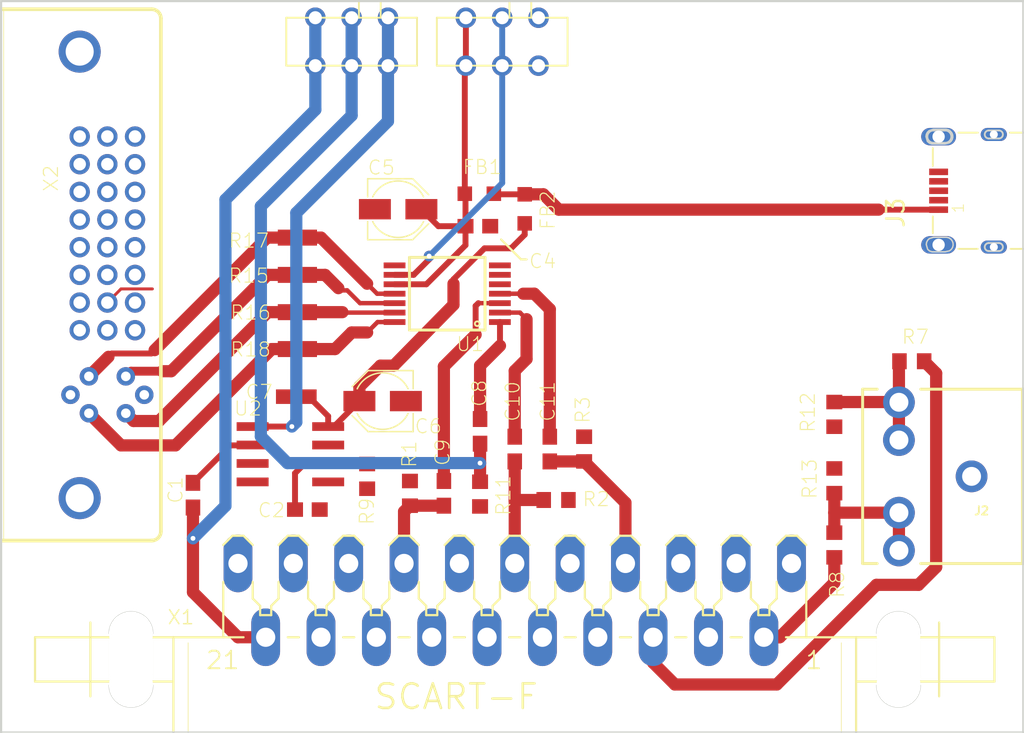
<source format=kicad_pcb>
(kicad_pcb (version 20171130) (host pcbnew "(5.1.0)-1")

  (general
    (thickness 1.6)
    (drawings 6)
    (tracks 163)
    (zones 0)
    (modules 37)
    (nets 68)
  )

  (page A4)
  (layers
    (0 Top signal hide)
    (31 Bottom signal hide)
    (32 B.Adhes user)
    (33 F.Adhes user)
    (34 B.Paste user)
    (35 F.Paste user)
    (36 B.SilkS user)
    (37 F.SilkS user)
    (38 B.Mask user)
    (39 F.Mask user)
    (40 Dwgs.User user)
    (41 Cmts.User user)
    (42 Eco1.User user)
    (43 Eco2.User user)
    (44 Edge.Cuts user)
    (45 Margin user)
    (46 B.CrtYd user)
    (47 F.CrtYd user)
    (48 B.Fab user)
    (49 F.Fab user)
  )

  (setup
    (last_trace_width 0.25)
    (trace_clearance 0.2)
    (zone_clearance 0.508)
    (zone_45_only no)
    (trace_min 0.2)
    (via_size 0.8)
    (via_drill 0.4)
    (via_min_size 0.4)
    (via_min_drill 0.3)
    (uvia_size 0.3)
    (uvia_drill 0.1)
    (uvias_allowed no)
    (uvia_min_size 0.2)
    (uvia_min_drill 0.1)
    (edge_width 0.05)
    (segment_width 0.2)
    (pcb_text_width 0.3)
    (pcb_text_size 1.5 1.5)
    (mod_edge_width 0.12)
    (mod_text_size 1 1)
    (mod_text_width 0.15)
    (pad_size 1.524 1.524)
    (pad_drill 0.762)
    (pad_to_mask_clearance 0.051)
    (solder_mask_min_width 0.25)
    (aux_axis_origin 0 0)
    (visible_elements 7FFFFFFF)
    (pcbplotparams
      (layerselection 0x010fc_ffffffff)
      (usegerberextensions false)
      (usegerberattributes false)
      (usegerberadvancedattributes false)
      (creategerberjobfile false)
      (excludeedgelayer true)
      (linewidth 0.100000)
      (plotframeref false)
      (viasonmask false)
      (mode 1)
      (useauxorigin false)
      (hpglpennumber 1)
      (hpglpenspeed 20)
      (hpglpendiameter 15.000000)
      (psnegative false)
      (psa4output false)
      (plotreference true)
      (plotvalue true)
      (plotinvisibletext false)
      (padsonsilk false)
      (subtractmaskfromsilk false)
      (outputformat 1)
      (mirror false)
      (drillshape 1)
      (scaleselection 1)
      (outputdirectory ""))
  )

  (net 0 "")
  (net 1 +5V)
  (net 2 GND)
  (net 3 AGND)
  (net 4 DVI_5V)
  (net 5 /SCART_IN_CVID)
  (net 6 "Net-(X1-Pad19)")
  (net 7 "Net-(X1-Pad16)")
  (net 8 /SCART_IN_R)
  (net 9 "Net-(X1-Pad13)")
  (net 10 "Net-(X1-Pad12)")
  (net 11 /SCART_IN_G)
  (net 12 "Net-(X1-Pad10)")
  (net 13 "Net-(X1-Pad9)")
  (net 14 "Net-(X1-Pad8)")
  (net 15 /SCART_IN_B)
  (net 16 /SCART_IN_AUD_L)
  (net 17 "Net-(X1-Pad3)")
  (net 18 /SCART_IN_AUD_R)
  (net 19 "Net-(X1-Pad1)")
  (net 20 /DVI_OUT_HSYNC)
  (net 21 /DVI_OUT_B)
  (net 22 /DVI_OUT_G)
  (net 23 /DVI_OUT_R)
  (net 24 "Net-(X2-Pad24)")
  (net 25 "Net-(X2-Pad23)")
  (net 26 "Net-(X2-Pad22)")
  (net 27 "Net-(X2-Pad21)")
  (net 28 "Net-(X2-Pad20)")
  (net 29 "Net-(X2-Pad18)")
  (net 30 "Net-(X2-Pad17)")
  (net 31 "Net-(X2-Pad16)")
  (net 32 "Net-(X2-Pad13)")
  (net 33 "Net-(X2-Pad12)")
  (net 34 "Net-(X2-Pad10)")
  (net 35 "Net-(X2-Pad9)")
  (net 36 "Net-(X2-Pad8)")
  (net 37 "Net-(X2-Pad7)")
  (net 38 "Net-(X2-Pad6)")
  (net 39 "Net-(X2-Pad5)")
  (net 40 "Net-(X2-Pad4)")
  (net 41 "Net-(X2-Pad2)")
  (net 42 "Net-(X2-Pad1)")
  (net 43 /THS_5V)
  (net 44 "Net-(R18-Pad2)")
  (net 45 "Net-(R16-Pad2)")
  (net 46 "Net-(R15-Pad2)")
  (net 47 "Net-(R17-Pad2)")
  (net 48 /THS_FILTER)
  (net 49 "Net-(U1-Pad8)")
  (net 50 "Net-(U1-Pad7)")
  (net 51 /THS_IN_B)
  (net 52 /THS_IN_R)
  (net 53 /THS_IN_G)
  (net 54 /THS_IN_CSYNC)
  (net 55 "Net-(U2-Pad5)")
  (net 56 "Net-(C2-Pad1)")
  (net 57 "Net-(C6-Pad+)")
  (net 58 "Net-(U2-Pad3)")
  (net 59 /LM_OUT_CSYNC)
  (net 60 "Net-(U2-Pad7)")
  (net 61 "Net-(C1-Pad2)")
  (net 62 /OUT_AUD_L)
  (net 63 /OUT_AUD_R)
  (net 64 /CSYNC_IN)
  (net 65 "Net-(J3-Pad4)")
  (net 66 "Net-(J3-Pad3)")
  (net 67 "Net-(J3-Pad2)")

  (net_class Default "This is the default net class."
    (clearance 0.2)
    (trace_width 0.25)
    (via_dia 0.8)
    (via_drill 0.4)
    (uvia_dia 0.3)
    (uvia_drill 0.1)
    (add_net +5V)
    (add_net /CSYNC_IN)
    (add_net /DVI_OUT_B)
    (add_net /DVI_OUT_G)
    (add_net /DVI_OUT_HSYNC)
    (add_net /DVI_OUT_R)
    (add_net /LM_OUT_CSYNC)
    (add_net /OUT_AUD_L)
    (add_net /OUT_AUD_R)
    (add_net /SCART_IN_AUD_L)
    (add_net /SCART_IN_AUD_R)
    (add_net /SCART_IN_B)
    (add_net /SCART_IN_CVID)
    (add_net /SCART_IN_G)
    (add_net /SCART_IN_R)
    (add_net /THS_5V)
    (add_net /THS_FILTER)
    (add_net /THS_IN_B)
    (add_net /THS_IN_CSYNC)
    (add_net /THS_IN_G)
    (add_net /THS_IN_R)
    (add_net AGND)
    (add_net DVI_5V)
    (add_net GND)
    (add_net "Net-(C1-Pad2)")
    (add_net "Net-(C2-Pad1)")
    (add_net "Net-(C6-Pad+)")
    (add_net "Net-(J3-Pad2)")
    (add_net "Net-(J3-Pad3)")
    (add_net "Net-(J3-Pad4)")
    (add_net "Net-(R15-Pad2)")
    (add_net "Net-(R16-Pad2)")
    (add_net "Net-(R17-Pad2)")
    (add_net "Net-(R18-Pad2)")
    (add_net "Net-(U1-Pad7)")
    (add_net "Net-(U1-Pad8)")
    (add_net "Net-(U2-Pad3)")
    (add_net "Net-(U2-Pad5)")
    (add_net "Net-(U2-Pad7)")
    (add_net "Net-(X1-Pad1)")
    (add_net "Net-(X1-Pad10)")
    (add_net "Net-(X1-Pad12)")
    (add_net "Net-(X1-Pad13)")
    (add_net "Net-(X1-Pad16)")
    (add_net "Net-(X1-Pad19)")
    (add_net "Net-(X1-Pad3)")
    (add_net "Net-(X1-Pad8)")
    (add_net "Net-(X1-Pad9)")
    (add_net "Net-(X2-Pad1)")
    (add_net "Net-(X2-Pad10)")
    (add_net "Net-(X2-Pad12)")
    (add_net "Net-(X2-Pad13)")
    (add_net "Net-(X2-Pad16)")
    (add_net "Net-(X2-Pad17)")
    (add_net "Net-(X2-Pad18)")
    (add_net "Net-(X2-Pad2)")
    (add_net "Net-(X2-Pad20)")
    (add_net "Net-(X2-Pad21)")
    (add_net "Net-(X2-Pad22)")
    (add_net "Net-(X2-Pad23)")
    (add_net "Net-(X2-Pad24)")
    (add_net "Net-(X2-Pad4)")
    (add_net "Net-(X2-Pad5)")
    (add_net "Net-(X2-Pad6)")
    (add_net "Net-(X2-Pad7)")
    (add_net "Net-(X2-Pad8)")
    (add_net "Net-(X2-Pad9)")
  )

  (module "" (layer Top) (tedit 0) (tstamp 0)
    (at 117.1829 120.1674)
    (fp_text reference @HOLE0 (at 0 0) (layer F.SilkS) hide
      (effects (font (size 1.27 1.27) (thickness 0.15)))
    )
    (fp_text value "" (at 0 0) (layer F.SilkS)
      (effects (font (size 1.27 1.27) (thickness 0.15)))
    )
    (pad "" np_thru_hole circle (at 0 0) (size 3 3) (drill 3) (layers *.Cu *.Mask))
  )

  (module "" (layer Top) (tedit 0) (tstamp 0)
    (at 179.9717 101.5746)
    (fp_text reference @HOLE1 (at 0 0) (layer F.SilkS) hide
      (effects (font (size 1.27 1.27) (thickness 0.15)))
    )
    (fp_text value "" (at 0 0) (layer F.SilkS)
      (effects (font (size 1.27 1.27) (thickness 0.15)))
    )
    (pad "" np_thru_hole circle (at 0 0) (size 3 3) (drill 3) (layers *.Cu *.Mask))
  )

  (module "" (layer Top) (tedit 0) (tstamp 0)
    (at 179.8193 83.439)
    (fp_text reference @HOLE2 (at 0 0) (layer F.SilkS) hide
      (effects (font (size 1.27 1.27) (thickness 0.15)))
    )
    (fp_text value "" (at 0 0) (layer F.SilkS)
      (effects (font (size 1.27 1.27) (thickness 0.15)))
    )
    (pad "" np_thru_hole circle (at 0 0) (size 3 3) (drill 3) (layers *.Cu *.Mask))
  )

  (module "" (layer Top) (tedit 0) (tstamp 0)
    (at 127.6985 83.5914)
    (fp_text reference @HOLE3 (at 0 0) (layer F.SilkS) hide
      (effects (font (size 1.27 1.27) (thickness 0.15)))
    )
    (fp_text value "" (at 0 0) (layer F.SilkS)
      (effects (font (size 1.27 1.27) (thickness 0.15)))
    )
    (pad "" np_thru_hole circle (at 0 0) (size 3 3) (drill 3) (layers *.Cu *.Mask))
  )

  (module "SCART to DVI-A Compact:SCART-F" (layer Top) (tedit 0) (tstamp 5C95ADC8)
    (at 148.6789 123.6218)
    (descr "TV SCART <B>CONNECTOR</B>")
    (path /8679BB61)
    (fp_text reference X1 (at -23.9649 -0.8128) (layer F.SilkS)
      (effects (font (size 0.9652 0.9652) (thickness 0.09652)) (justify left bottom))
    )
    (fp_text value SCART-F (at -17.78 10.16) (layer F.Fab)
      (effects (font (size 1.6891 1.6891) (thickness 0.16891)) (justify left bottom))
    )
    (fp_text user "long " (at -29.083 7.747 90) (layer Dwgs.User)
      (effects (font (size 1.6891 1.6891) (thickness 0.1778)) (justify left bottom))
    )
    (fp_text user "3,0 " (at -28.067 7.112) (layer Dwgs.User)
      (effects (font (size 1.6891 1.6891) (thickness 0.1778)) (justify left bottom))
    )
    (fp_text user SCART-F (at -9.779 5.08) (layer F.SilkS)
      (effects (font (size 1.6891 1.6891) (thickness 0.1778)) (justify left bottom))
    )
    (fp_text user long (at 31.877 7.62 90) (layer Dwgs.User)
      (effects (font (size 1.6891 1.6891) (thickness 0.1778)) (justify left bottom))
    )
    (fp_text user 21 (at -21.336 2.286) (layer F.SilkS)
      (effects (font (size 1.2065 1.2065) (thickness 0.127)) (justify left bottom))
    )
    (fp_text user 1 (at 19.939 2.286) (layer F.SilkS)
      (effects (font (size 1.2065 1.2065) (thickness 0.127)) (justify left bottom))
    )
    (fp_text user 3,0 (at 24.765 7.112) (layer Dwgs.User)
      (effects (font (size 1.6891 1.6891) (thickness 0.1778)) (justify left bottom))
    )
    (fp_line (start -24.892 -0.254) (end -24.892 3.302) (layer Edge.Cuts) (width 0.0024))
    (fp_arc (start -26.416 -0.253999) (end -27.94 -0.254) (angle 180) (layer Edge.Cuts) (width 0.05))
    (fp_arc (start -26.416 3.302) (end -27.94 3.302) (angle -180) (layer Edge.Cuts) (width 0.05))
    (fp_line (start -27.94 3.302) (end -27.94 -0.254) (layer Edge.Cuts) (width 0.0024))
    (fp_line (start 27.94 -0.254) (end 27.94 3.302) (layer Edge.Cuts) (width 0.0024))
    (fp_arc (start 26.416 -0.253999) (end 24.892 -0.254) (angle 180) (layer Edge.Cuts) (width 0.05))
    (fp_arc (start 26.416 3.302) (end 24.892 3.302) (angle -180) (layer Edge.Cuts) (width 0.05))
    (fp_line (start 24.892 3.302) (end 24.892 -0.254) (layer Edge.Cuts) (width 0.0024))
    (fp_line (start -29.21 4.064) (end -29.21 -1.016) (layer F.SilkS) (width 0.1524))
    (fp_line (start 29.21 4.064) (end 29.21 -1.016) (layer F.SilkS) (width 0.1524))
    (fp_line (start -22.479 0.381) (end -22.479 10.668) (layer F.SilkS) (width 0.0508))
    (fp_line (start -23.495 11.049) (end -23.495 3.048) (layer F.SilkS) (width 0.1524))
    (fp_line (start -33.02 3.048) (end -23.495 3.048) (layer F.SilkS) (width 0.1524))
    (fp_line (start -33.02 3.048) (end -33.02 0) (layer F.SilkS) (width 0.1524))
    (fp_line (start -23.495 0) (end -33.02 0) (layer F.SilkS) (width 0.1524))
    (fp_line (start -23.495 3.048) (end -23.495 0) (layer F.SilkS) (width 0.1524))
    (fp_line (start -20.066 0) (end -23.495 0) (layer F.SilkS) (width 0.1524))
    (fp_line (start -20.066 0) (end -20.066 -3.81) (layer F.SilkS) (width 0.1524))
    (fp_line (start -20.066 -6.35) (end -20.066 -3.81) (layer F.Fab) (width 0.1524))
    (fp_line (start -19.431 -6.985) (end -20.066 -6.35) (layer F.SilkS) (width 0.1524))
    (fp_line (start -18.669 -6.985) (end -19.431 -6.985) (layer F.SilkS) (width 0.1524))
    (fp_line (start -18.034 -6.35) (end -18.669 -6.985) (layer F.SilkS) (width 0.1524))
    (fp_line (start -18.669 0) (end -20.066 0) (layer F.SilkS) (width 0.1524))
    (fp_line (start -18.669 0) (end -15.621 0) (layer F.Fab) (width 0.1524))
    (fp_line (start -18.034 -3.81) (end -18.034 -6.35) (layer F.Fab) (width 0.1524))
    (fp_line (start -18.034 -2.667) (end -18.034 -3.81) (layer F.SilkS) (width 0.1524))
    (fp_line (start -17.526 -2.159) (end -18.034 -2.667) (layer F.SilkS) (width 0.1524))
    (fp_line (start -17.526 -1.524) (end -17.526 -2.159) (layer F.SilkS) (width 0.1524))
    (fp_line (start -16.764 -1.524) (end -17.526 -1.524) (layer F.SilkS) (width 0.1524))
    (fp_line (start -16.764 -2.159) (end -16.764 -1.524) (layer F.SilkS) (width 0.1524))
    (fp_line (start -16.256 -2.667) (end -16.764 -2.159) (layer F.SilkS) (width 0.1524))
    (fp_line (start -16.256 -3.81) (end -16.256 -2.667) (layer F.SilkS) (width 0.1524))
    (fp_line (start -16.256 -6.35) (end -16.256 -3.81) (layer F.Fab) (width 0.1524))
    (fp_line (start -15.621 -6.985) (end -16.256 -6.35) (layer F.SilkS) (width 0.1524))
    (fp_line (start -14.859 -6.985) (end -15.621 -6.985) (layer F.SilkS) (width 0.1524))
    (fp_line (start -14.224 -6.35) (end -14.859 -6.985) (layer F.SilkS) (width 0.1524))
    (fp_line (start -14.224 -3.81) (end -14.224 -6.35) (layer F.Fab) (width 0.1524))
    (fp_line (start -14.224 -2.667) (end -14.224 -3.81) (layer F.SilkS) (width 0.1524))
    (fp_line (start -13.716 -2.159) (end -14.224 -2.667) (layer F.SilkS) (width 0.1524))
    (fp_line (start -13.716 -1.524) (end -13.716 -2.159) (layer F.SilkS) (width 0.1524))
    (fp_line (start -12.954 -1.524) (end -13.716 -1.524) (layer F.SilkS) (width 0.1524))
    (fp_line (start -12.954 -2.159) (end -12.954 -1.524) (layer F.SilkS) (width 0.1524))
    (fp_line (start -12.446 -2.667) (end -12.954 -2.159) (layer F.SilkS) (width 0.1524))
    (fp_line (start -12.446 -3.81) (end -12.446 -2.667) (layer F.SilkS) (width 0.1524))
    (fp_line (start -12.446 -6.35) (end -12.446 -3.81) (layer F.Fab) (width 0.1524))
    (fp_line (start -11.811 -6.985) (end -12.446 -6.35) (layer F.SilkS) (width 0.1524))
    (fp_line (start -14.859 0) (end -11.811 0) (layer F.Fab) (width 0.1524))
    (fp_line (start -14.859 0) (end -15.621 0) (layer F.SilkS) (width 0.1524))
    (fp_line (start -11.049 0) (end -11.811 0) (layer F.SilkS) (width 0.1524))
    (fp_line (start -11.049 -6.985) (end -11.811 -6.985) (layer F.SilkS) (width 0.1524))
    (fp_line (start -10.414 -6.35) (end -11.049 -6.985) (layer F.SilkS) (width 0.1524))
    (fp_line (start -11.049 0) (end -8.001 0) (layer F.Fab) (width 0.1524))
    (fp_line (start -7.239 0) (end -4.191 0) (layer F.Fab) (width 0.1524))
    (fp_line (start -7.239 0) (end -8.001 0) (layer F.SilkS) (width 0.1524))
    (fp_line (start -10.414 -3.81) (end -10.414 -6.35) (layer F.Fab) (width 0.1524))
    (fp_line (start -10.414 -2.667) (end -10.414 -3.81) (layer F.SilkS) (width 0.1524))
    (fp_line (start -9.906 -2.159) (end -10.414 -2.667) (layer F.SilkS) (width 0.1524))
    (fp_line (start -9.906 -1.524) (end -9.906 -2.159) (layer F.SilkS) (width 0.1524))
    (fp_line (start -9.144 -1.524) (end -9.906 -1.524) (layer F.SilkS) (width 0.1524))
    (fp_line (start -9.144 -2.159) (end -9.144 -1.524) (layer F.SilkS) (width 0.1524))
    (fp_line (start -8.636 -2.667) (end -9.144 -2.159) (layer F.SilkS) (width 0.1524))
    (fp_line (start -8.636 -3.81) (end -8.636 -2.667) (layer F.SilkS) (width 0.1524))
    (fp_line (start -8.636 -6.35) (end -8.636 -3.81) (layer F.Fab) (width 0.1524))
    (fp_line (start -8.001 -6.985) (end -8.636 -6.35) (layer F.SilkS) (width 0.1524))
    (fp_line (start -7.239 -6.985) (end -8.001 -6.985) (layer F.SilkS) (width 0.1524))
    (fp_line (start -6.604 -6.35) (end -7.239 -6.985) (layer F.SilkS) (width 0.1524))
    (fp_line (start -6.604 -3.81) (end -6.604 -6.35) (layer F.Fab) (width 0.1524))
    (fp_line (start -6.604 -2.667) (end -6.604 -3.81) (layer F.SilkS) (width 0.1524))
    (fp_line (start -6.096 -2.159) (end -6.604 -2.667) (layer F.SilkS) (width 0.1524))
    (fp_line (start -6.096 -1.524) (end -6.096 -2.159) (layer F.SilkS) (width 0.1524))
    (fp_line (start -5.334 -1.524) (end -6.096 -1.524) (layer F.SilkS) (width 0.1524))
    (fp_line (start -5.334 -2.159) (end -5.334 -1.524) (layer F.SilkS) (width 0.1524))
    (fp_line (start -4.826 -2.667) (end -5.334 -2.159) (layer F.SilkS) (width 0.1524))
    (fp_line (start -4.826 -3.81) (end -4.826 -2.667) (layer F.SilkS) (width 0.1524))
    (fp_line (start -3.429 0) (end -0.381 0) (layer F.Fab) (width 0.1524))
    (fp_line (start -3.429 0) (end -4.191 0) (layer F.SilkS) (width 0.1524))
    (fp_line (start -4.826 -6.35) (end -4.826 -3.81) (layer F.Fab) (width 0.1524))
    (fp_line (start -4.191 -6.985) (end -4.826 -6.35) (layer F.SilkS) (width 0.1524))
    (fp_line (start -3.429 -6.985) (end -4.191 -6.985) (layer F.SilkS) (width 0.1524))
    (fp_line (start -2.794 -6.35) (end -3.429 -6.985) (layer F.SilkS) (width 0.1524))
    (fp_line (start -2.794 -3.81) (end -2.794 -6.35) (layer F.Fab) (width 0.1524))
    (fp_line (start -2.794 -2.667) (end -2.794 -3.81) (layer F.SilkS) (width 0.1524))
    (fp_line (start -2.286 -2.159) (end -2.794 -2.667) (layer F.SilkS) (width 0.1524))
    (fp_line (start -2.286 -1.524) (end -2.286 -2.159) (layer F.SilkS) (width 0.1524))
    (fp_line (start -1.524 -1.524) (end -2.286 -1.524) (layer F.SilkS) (width 0.1524))
    (fp_line (start -1.524 -2.159) (end -1.524 -1.524) (layer F.SilkS) (width 0.1524))
    (fp_line (start -1.016 -2.667) (end -1.524 -2.159) (layer F.SilkS) (width 0.1524))
    (fp_line (start -1.016 -3.81) (end -1.016 -2.667) (layer F.SilkS) (width 0.1524))
    (fp_line (start -1.016 -6.35) (end -1.016 -3.81) (layer F.Fab) (width 0.1524))
    (fp_line (start -0.381 -6.985) (end -1.016 -6.35) (layer F.SilkS) (width 0.1524))
    (fp_line (start 0.381 -6.985) (end -0.381 -6.985) (layer F.SilkS) (width 0.1524))
    (fp_line (start 1.016 -6.35) (end 0.381 -6.985) (layer F.SilkS) (width 0.1524))
    (fp_line (start 0.381 0) (end 3.429 0) (layer F.Fab) (width 0.1524))
    (fp_line (start 4.191 0) (end 7.239 0) (layer F.Fab) (width 0.1524))
    (fp_line (start 8.001 0) (end 11.049 0) (layer F.Fab) (width 0.1524))
    (fp_line (start 0.381 0) (end -0.381 0) (layer F.SilkS) (width 0.1524))
    (fp_line (start 4.191 0) (end 3.429 0) (layer F.SilkS) (width 0.1524))
    (fp_line (start 8.001 0) (end 7.239 0) (layer F.SilkS) (width 0.1524))
    (fp_line (start 1.016 -3.81) (end 1.016 -6.35) (layer F.Fab) (width 0.1524))
    (fp_line (start 1.016 -2.667) (end 1.016 -3.81) (layer F.SilkS) (width 0.1524))
    (fp_line (start 1.524 -2.159) (end 1.016 -2.667) (layer F.SilkS) (width 0.1524))
    (fp_line (start 1.524 -1.524) (end 1.524 -2.159) (layer F.SilkS) (width 0.1524))
    (fp_line (start 2.286 -1.524) (end 1.524 -1.524) (layer F.SilkS) (width 0.1524))
    (fp_line (start 2.286 -2.159) (end 2.286 -1.524) (layer F.SilkS) (width 0.1524))
    (fp_line (start 2.794 -2.667) (end 2.286 -2.159) (layer F.SilkS) (width 0.1524))
    (fp_line (start 2.794 -3.81) (end 2.794 -2.667) (layer F.SilkS) (width 0.1524))
    (fp_line (start 2.794 -6.35) (end 2.794 -3.81) (layer F.Fab) (width 0.1524))
    (fp_line (start 3.429 -6.985) (end 2.794 -6.35) (layer F.SilkS) (width 0.1524))
    (fp_line (start 4.191 -6.985) (end 3.429 -6.985) (layer F.SilkS) (width 0.1524))
    (fp_line (start 4.826 -6.35) (end 4.191 -6.985) (layer F.SilkS) (width 0.1524))
    (fp_line (start 4.826 -3.81) (end 4.826 -6.35) (layer F.Fab) (width 0.1524))
    (fp_line (start 4.826 -2.667) (end 4.826 -3.81) (layer F.SilkS) (width 0.1524))
    (fp_line (start 5.334 -2.159) (end 4.826 -2.667) (layer F.SilkS) (width 0.1524))
    (fp_line (start 5.334 -1.524) (end 5.334 -2.159) (layer F.SilkS) (width 0.1524))
    (fp_line (start 6.096 -1.524) (end 5.334 -1.524) (layer F.SilkS) (width 0.1524))
    (fp_line (start 6.096 -2.159) (end 6.096 -1.524) (layer F.SilkS) (width 0.1524))
    (fp_line (start 6.604 -2.667) (end 6.096 -2.159) (layer F.SilkS) (width 0.1524))
    (fp_line (start 6.604 -3.81) (end 6.604 -2.667) (layer F.SilkS) (width 0.1524))
    (fp_line (start 6.604 -6.35) (end 6.604 -3.81) (layer F.Fab) (width 0.1524))
    (fp_line (start 7.239 -6.985) (end 6.604 -6.35) (layer F.SilkS) (width 0.1524))
    (fp_line (start 8.001 -6.985) (end 7.239 -6.985) (layer F.SilkS) (width 0.1524))
    (fp_line (start 8.636 -6.35) (end 8.001 -6.985) (layer F.SilkS) (width 0.1524))
    (fp_line (start 8.636 -3.81) (end 8.636 -6.35) (layer F.Fab) (width 0.1524))
    (fp_line (start 8.636 -2.667) (end 8.636 -3.81) (layer F.SilkS) (width 0.1524))
    (fp_line (start 9.144 -2.159) (end 8.636 -2.667) (layer F.SilkS) (width 0.1524))
    (fp_line (start 9.144 -1.524) (end 9.144 -2.159) (layer F.SilkS) (width 0.1524))
    (fp_line (start 9.906 -1.524) (end 9.144 -1.524) (layer F.SilkS) (width 0.1524))
    (fp_line (start 9.906 -2.159) (end 9.906 -1.524) (layer F.SilkS) (width 0.1524))
    (fp_line (start 10.414 -2.667) (end 9.906 -2.159) (layer F.SilkS) (width 0.1524))
    (fp_line (start 10.414 -3.81) (end 10.414 -2.667) (layer F.SilkS) (width 0.1524))
    (fp_line (start 10.414 -6.35) (end 10.414 -3.81) (layer F.Fab) (width 0.1524))
    (fp_line (start 11.049 -6.985) (end 10.414 -6.35) (layer F.SilkS) (width 0.1524))
    (fp_line (start 11.811 -6.985) (end 11.049 -6.985) (layer F.SilkS) (width 0.1524))
    (fp_line (start 12.446 -6.35) (end 11.811 -6.985) (layer F.SilkS) (width 0.1524))
    (fp_line (start 11.811 0) (end 14.859 0) (layer F.Fab) (width 0.1524))
    (fp_line (start 11.811 0) (end 11.049 0) (layer F.SilkS) (width 0.1524))
    (fp_line (start 15.621 0) (end 18.669 0) (layer F.Fab) (width 0.1524))
    (fp_line (start 15.621 0) (end 14.859 0) (layer F.SilkS) (width 0.1524))
    (fp_line (start 13.716 -1.524) (end 12.954 -1.524) (layer F.SilkS) (width 0.1524))
    (fp_line (start 17.526 -1.524) (end 16.764 -1.524) (layer F.SilkS) (width 0.1524))
    (fp_line (start 12.954 -1.524) (end 12.954 -2.159) (layer F.SilkS) (width 0.1524))
    (fp_line (start 13.716 -2.159) (end 13.716 -1.524) (layer F.SilkS) (width 0.1524))
    (fp_line (start 12.446 -3.81) (end 12.446 -6.35) (layer F.Fab) (width 0.1524))
    (fp_line (start 12.446 -2.667) (end 12.446 -3.81) (layer F.SilkS) (width 0.1524))
    (fp_line (start 12.954 -2.159) (end 12.446 -2.667) (layer F.SilkS) (width 0.1524))
    (fp_line (start 14.224 -2.667) (end 13.716 -2.159) (layer F.SilkS) (width 0.1524))
    (fp_line (start 18.669 -6.985) (end 19.431 -6.985) (layer F.SilkS) (width 0.1524))
    (fp_line (start 14.224 -3.81) (end 14.224 -2.667) (layer F.SilkS) (width 0.1524))
    (fp_line (start 14.224 -6.35) (end 14.224 -3.81) (layer F.Fab) (width 0.1524))
    (fp_line (start 14.859 -6.985) (end 14.224 -6.35) (layer F.SilkS) (width 0.1524))
    (fp_line (start 15.621 -6.985) (end 14.859 -6.985) (layer F.SilkS) (width 0.1524))
    (fp_line (start 16.256 -6.35) (end 15.621 -6.985) (layer F.SilkS) (width 0.1524))
    (fp_line (start 16.256 -3.81) (end 16.256 -6.35) (layer F.Fab) (width 0.1524))
    (fp_line (start 16.256 -2.667) (end 16.256 -3.81) (layer F.SilkS) (width 0.1524))
    (fp_line (start 16.764 -2.159) (end 16.256 -2.667) (layer F.SilkS) (width 0.1524))
    (fp_line (start 16.764 -1.524) (end 16.764 -2.159) (layer F.SilkS) (width 0.1524))
    (fp_line (start 17.526 -2.159) (end 17.526 -1.524) (layer F.SilkS) (width 0.1524))
    (fp_line (start 18.034 -2.667) (end 17.526 -2.159) (layer F.SilkS) (width 0.1524))
    (fp_line (start 18.034 -3.81) (end 18.034 -2.667) (layer F.SilkS) (width 0.1524))
    (fp_line (start 18.034 -6.35) (end 18.034 -3.81) (layer F.Fab) (width 0.1524))
    (fp_line (start 20.066 -3.81) (end 20.066 -6.35) (layer F.Fab) (width 0.1524))
    (fp_line (start 20.066 -6.35) (end 19.431 -6.985) (layer F.SilkS) (width 0.1524))
    (fp_line (start 18.669 -6.985) (end 18.034 -6.35) (layer F.SilkS) (width 0.1524))
    (fp_line (start 20.066 0) (end 20.066 -3.81) (layer F.SilkS) (width 0.1524))
    (fp_line (start 22.479 0.381) (end 22.479 10.668) (layer F.SilkS) (width 0.0508))
    (fp_line (start 23.495 3.048) (end 23.495 0) (layer F.SilkS) (width 0.1524))
    (fp_line (start 20.066 0) (end 18.669 0) (layer F.SilkS) (width 0.1524))
    (fp_line (start 23.495 0) (end 20.066 0) (layer F.SilkS) (width 0.1524))
    (fp_line (start 33.02 0) (end 23.495 0) (layer F.SilkS) (width 0.1524))
    (fp_line (start 33.02 3.048) (end 33.02 0) (layer F.SilkS) (width 0.1524))
    (fp_line (start 23.495 3.048) (end 33.02 3.048) (layer F.SilkS) (width 0.1524))
    (fp_line (start 23.495 11.049) (end 23.495 3.048) (layer F.SilkS) (width 0.1524))
    (fp_line (start -23.495 11.049) (end 23.495 11.049) (layer F.SilkS) (width 0.1524))
    (pad "" np_thru_hole circle (at -26.416 3.302) (size 3.0226 3.0226) (drill 3.0226) (layers *.Cu *.Mask))
    (pad "" np_thru_hole circle (at -26.416 -0.254) (size 3.0226 3.0226) (drill 3.0226) (layers *.Cu *.Mask))
    (pad "" np_thru_hole circle (at 26.416 3.302) (size 3.0226 3.0226) (drill 3.0226) (layers *.Cu *.Mask))
    (pad "" np_thru_hole circle (at 26.416 -0.254) (size 3.0226 3.0226) (drill 3.0226) (layers *.Cu *.Mask))
    (pad 21 thru_hole oval (at -19.05 -5.08 90) (size 3.9624 1.9812) (drill 1.3208) (layers *.Cu *.Mask)
      (net 2 GND) (solder_mask_margin 0.1016))
    (pad 20 thru_hole oval (at -17.145 0 90) (size 3.9624 1.9812) (drill 1.3208) (layers *.Cu *.Mask)
      (net 5 /SCART_IN_CVID) (solder_mask_margin 0.1016))
    (pad 19 thru_hole oval (at -15.24 -5.08 90) (size 3.9624 1.9812) (drill 1.3208) (layers *.Cu *.Mask)
      (net 6 "Net-(X1-Pad19)") (solder_mask_margin 0.1016))
    (pad 18 thru_hole oval (at -13.335 0 90) (size 3.9624 1.9812) (drill 1.3208) (layers *.Cu *.Mask)
      (net 2 GND) (solder_mask_margin 0.1016))
    (pad 17 thru_hole oval (at -11.43 -5.08 90) (size 3.9624 1.9812) (drill 1.3208) (layers *.Cu *.Mask)
      (net 2 GND) (solder_mask_margin 0.1016))
    (pad 16 thru_hole oval (at -9.525 0 90) (size 3.9624 1.9812) (drill 1.3208) (layers *.Cu *.Mask)
      (net 7 "Net-(X1-Pad16)") (solder_mask_margin 0.1016))
    (pad 15 thru_hole oval (at -7.62 -5.08 90) (size 3.9624 1.9812) (drill 1.3208) (layers *.Cu *.Mask)
      (net 8 /SCART_IN_R) (solder_mask_margin 0.1016))
    (pad 14 thru_hole oval (at -5.715 0 90) (size 3.9624 1.9812) (drill 1.3208) (layers *.Cu *.Mask)
      (net 2 GND) (solder_mask_margin 0.1016))
    (pad 13 thru_hole oval (at -3.81 -5.08 90) (size 3.9624 1.9812) (drill 1.3208) (layers *.Cu *.Mask)
      (net 9 "Net-(X1-Pad13)") (solder_mask_margin 0.1016))
    (pad 12 thru_hole oval (at -1.905 0 90) (size 3.9624 1.9812) (drill 1.3208) (layers *.Cu *.Mask)
      (net 10 "Net-(X1-Pad12)") (solder_mask_margin 0.1016))
    (pad 11 thru_hole oval (at 0 -5.08 90) (size 3.9624 1.9812) (drill 1.3208) (layers *.Cu *.Mask)
      (net 11 /SCART_IN_G) (solder_mask_margin 0.1016))
    (pad 10 thru_hole oval (at 1.905 0 90) (size 3.9624 1.9812) (drill 1.3208) (layers *.Cu *.Mask)
      (net 12 "Net-(X1-Pad10)") (solder_mask_margin 0.1016))
    (pad 9 thru_hole oval (at 3.81 -5.08 90) (size 3.9624 1.9812) (drill 1.3208) (layers *.Cu *.Mask)
      (net 13 "Net-(X1-Pad9)") (solder_mask_margin 0.1016))
    (pad 8 thru_hole oval (at 5.715 0 90) (size 3.9624 1.9812) (drill 1.3208) (layers *.Cu *.Mask)
      (net 14 "Net-(X1-Pad8)") (solder_mask_margin 0.1016))
    (pad 7 thru_hole oval (at 7.62 -5.08 90) (size 3.9624 1.9812) (drill 1.3208) (layers *.Cu *.Mask)
      (net 15 /SCART_IN_B) (solder_mask_margin 0.1016))
    (pad 6 thru_hole oval (at 9.525 0 90) (size 3.9624 1.9812) (drill 1.3208) (layers *.Cu *.Mask)
      (net 16 /SCART_IN_AUD_L) (solder_mask_margin 0.1016))
    (pad 5 thru_hole oval (at 11.43 -5.08 90) (size 3.9624 1.9812) (drill 1.3208) (layers *.Cu *.Mask)
      (net 2 GND) (solder_mask_margin 0.1016))
    (pad 4 thru_hole oval (at 13.335 0 90) (size 3.9624 1.9812) (drill 1.3208) (layers *.Cu *.Mask)
      (net 2 GND) (solder_mask_margin 0.1016))
    (pad 3 thru_hole oval (at 15.24 -5.08 90) (size 3.9624 1.9812) (drill 1.3208) (layers *.Cu *.Mask)
      (net 17 "Net-(X1-Pad3)") (solder_mask_margin 0.1016))
    (pad 2 thru_hole oval (at 17.145 0 90) (size 3.9624 1.9812) (drill 1.3208) (layers *.Cu *.Mask)
      (net 18 /SCART_IN_AUD_R) (solder_mask_margin 0.1016))
    (pad 1 thru_hole oval (at 19.05 -5.08 90) (size 3.9624 1.9812) (drill 1.3208) (layers *.Cu *.Mask)
      (net 19 "Net-(X1-Pad1)") (solder_mask_margin 0.1016))
  )

  (module "SCART to DVI-A Compact:DVI-I-R" (layer Top) (tedit 0) (tstamp 5C95AE98)
    (at 115.5573 98.679 270)
    (descr "<b>CONNECTOR</b><p>\nMiroCross(TM)-DVI i/0 plug and receptacle connector system (scart)")
    (path /EE6A8C5B)
    (fp_text reference X2 (at -7.62 -0.635 90) (layer F.SilkS)
      (effects (font (size 0.9652 0.9652) (thickness 0.077216)) (justify right top))
    )
    (fp_text value DVI-I-R (at -7.62 1.27 90) (layer F.Fab)
      (effects (font (size 1.2065 1.2065) (thickness 0.09652)) (justify right top))
    )
    (fp_arc (start 9.779 9.017) (end 9.779 9.652) (angle -90) (layer F.SilkS) (width 0.254))
    (fp_arc (start -9.779 9.017) (end -10.414 9.017) (angle -90) (layer F.SilkS) (width 0.254))
    (fp_line (start 10.414 9.017) (end 10.414 2.667) (layer F.SilkS) (width 0.254))
    (fp_line (start -9.779 9.652) (end 9.779 9.652) (layer F.SilkS) (width 0.254))
    (fp_line (start -10.414 2.667) (end -10.414 9.017) (layer F.SilkS) (width 0.254))
    (fp_line (start 17.653 -8.763) (end -17.653 -8.763) (layer F.SilkS) (width 0.254))
    (fp_arc (start 17.653 -8.128) (end 17.653 -8.763) (angle 90) (layer F.SilkS) (width 0.254))
    (fp_line (start 18.288 2.0574) (end 18.288 -8.128) (layer F.SilkS) (width 0.254))
    (fp_line (start 18.288 2.54) (end 18.288 2.0574) (layer F.SilkS) (width 0.254))
    (fp_line (start -18.288 2.54) (end 18.288 2.54) (layer F.SilkS) (width 0.254))
    (fp_line (start -18.288 2.0574) (end -18.288 2.54) (layer F.SilkS) (width 0.254))
    (fp_line (start -18.288 -8.128) (end -18.288 2.0574) (layer F.SilkS) (width 0.254))
    (fp_arc (start -17.653 -8.128) (end -18.288 -8.128) (angle 90) (layer F.SilkS) (width 0.254))
    (fp_line (start -18.288 2.0574) (end 18.288 2.0574) (layer F.SilkS) (width 0.0508))
    (pad GND@2 thru_hole circle (at 15.367 -3.175 270) (size 2.8956 2.8956) (drill 1.9304) (layers *.Cu *.Mask)
      (net 2 GND) (solder_mask_margin 0.1016))
    (pad GND@1 thru_hole circle (at -15.367 -3.175 270) (size 2.8956 2.8956) (drill 1.9304) (layers *.Cu *.Mask)
      (net 2 GND) (solder_mask_margin 0.1016))
    (pad "" np_thru_hole circle (at 9.525 0.127 270) (size 2.032 2.032) (drill 2.032) (layers *.Cu *.Mask))
    (pad "" np_thru_hole circle (at -9.525 0.127 270) (size 2.032 2.032) (drill 2.032) (layers *.Cu *.Mask))
    (pad C6 thru_hole circle (at 8.255 -7.62 270) (size 1.27 1.27) (drill 0.6604) (layers *.Cu *.Mask)
      (net 3 AGND) (solder_mask_margin 0.1016))
    (pad C5 thru_hole circle (at 8.255 -2.54 270) (size 1.27 1.27) (drill 0.6604) (layers *.Cu *.Mask)
      (net 2 GND) (solder_mask_margin 0.1016))
    (pad C4 thru_hole circle (at 9.525 -3.81 270) (size 1.27 1.27) (drill 0.6604) (layers *.Cu *.Mask)
      (net 20 /DVI_OUT_HSYNC) (solder_mask_margin 0.1016))
    (pad C3 thru_hole circle (at 6.985 -3.81 270) (size 1.27 1.27) (drill 0.6604) (layers *.Cu *.Mask)
      (net 21 /DVI_OUT_B) (solder_mask_margin 0.1016))
    (pad C2 thru_hole circle (at 9.525 -6.35 270) (size 1.27 1.27) (drill 0.6604) (layers *.Cu *.Mask)
      (net 22 /DVI_OUT_G) (solder_mask_margin 0.1016))
    (pad C1 thru_hole circle (at 6.985 -6.35 270) (size 1.27 1.27) (drill 0.6604) (layers *.Cu *.Mask)
      (net 23 /DVI_OUT_R) (solder_mask_margin 0.1016))
    (pad 24 thru_hole circle (at 3.81 -3.175 270) (size 1.397 1.397) (drill 0.8636) (layers *.Cu *.Mask)
      (net 24 "Net-(X2-Pad24)") (solder_mask_margin 0.1016))
    (pad 23 thru_hole circle (at 1.905 -3.175 270) (size 1.397 1.397) (drill 0.8636) (layers *.Cu *.Mask)
      (net 25 "Net-(X2-Pad23)") (solder_mask_margin 0.1016))
    (pad 22 thru_hole circle (at 0 -3.175 270) (size 1.397 1.397) (drill 0.8636) (layers *.Cu *.Mask)
      (net 26 "Net-(X2-Pad22)") (solder_mask_margin 0.1016))
    (pad 21 thru_hole circle (at -1.905 -3.175 270) (size 1.397 1.397) (drill 0.8636) (layers *.Cu *.Mask)
      (net 27 "Net-(X2-Pad21)") (solder_mask_margin 0.1016))
    (pad 20 thru_hole circle (at -3.81 -3.175 270) (size 1.397 1.397) (drill 0.8636) (layers *.Cu *.Mask)
      (net 28 "Net-(X2-Pad20)") (solder_mask_margin 0.1016))
    (pad 19 thru_hole circle (at -5.715 -3.175 270) (size 1.397 1.397) (drill 0.8636) (layers *.Cu *.Mask)
      (net 2 GND) (solder_mask_margin 0.1016))
    (pad 18 thru_hole circle (at -7.62 -3.175 270) (size 1.397 1.397) (drill 0.8636) (layers *.Cu *.Mask)
      (net 29 "Net-(X2-Pad18)") (solder_mask_margin 0.1016))
    (pad 17 thru_hole circle (at -9.525 -3.175 270) (size 1.397 1.397) (drill 0.8636) (layers *.Cu *.Mask)
      (net 30 "Net-(X2-Pad17)") (solder_mask_margin 0.1016))
    (pad 16 thru_hole circle (at 3.81 -5.08 270) (size 1.397 1.397) (drill 0.8636) (layers *.Cu *.Mask)
      (net 31 "Net-(X2-Pad16)") (solder_mask_margin 0.1016))
    (pad 15 thru_hole circle (at 1.905 -5.08 270) (size 1.397 1.397) (drill 0.8636) (layers *.Cu *.Mask)
      (net 2 GND) (solder_mask_margin 0.1016))
    (pad 14 thru_hole circle (at 0 -5.08 270) (size 1.397 1.397) (drill 0.8636) (layers *.Cu *.Mask)
      (net 4 DVI_5V) (solder_mask_margin 0.1016))
    (pad 13 thru_hole circle (at -1.905 -5.08 270) (size 1.397 1.397) (drill 0.8636) (layers *.Cu *.Mask)
      (net 32 "Net-(X2-Pad13)") (solder_mask_margin 0.1016))
    (pad 12 thru_hole circle (at -3.81 -5.08 270) (size 1.397 1.397) (drill 0.8636) (layers *.Cu *.Mask)
      (net 33 "Net-(X2-Pad12)") (solder_mask_margin 0.1016))
    (pad 11 thru_hole circle (at -5.715 -5.08 270) (size 1.397 1.397) (drill 0.8636) (layers *.Cu *.Mask)
      (net 2 GND) (solder_mask_margin 0.1016))
    (pad 10 thru_hole circle (at -7.62 -5.08 270) (size 1.397 1.397) (drill 0.8636) (layers *.Cu *.Mask)
      (net 34 "Net-(X2-Pad10)") (solder_mask_margin 0.1016))
    (pad 9 thru_hole circle (at -9.525 -5.08 270) (size 1.397 1.397) (drill 0.8636) (layers *.Cu *.Mask)
      (net 35 "Net-(X2-Pad9)") (solder_mask_margin 0.1016))
    (pad 8 thru_hole circle (at 3.81 -6.985 270) (size 1.397 1.397) (drill 0.8636) (layers *.Cu *.Mask)
      (net 36 "Net-(X2-Pad8)") (solder_mask_margin 0.1016))
    (pad 7 thru_hole circle (at 1.905 -6.985 270) (size 1.397 1.397) (drill 0.8636) (layers *.Cu *.Mask)
      (net 37 "Net-(X2-Pad7)") (solder_mask_margin 0.1016))
    (pad 6 thru_hole circle (at 0 -6.985 270) (size 1.397 1.397) (drill 0.8636) (layers *.Cu *.Mask)
      (net 38 "Net-(X2-Pad6)") (solder_mask_margin 0.1016))
    (pad 5 thru_hole circle (at -1.905 -6.985 270) (size 1.397 1.397) (drill 0.8636) (layers *.Cu *.Mask)
      (net 39 "Net-(X2-Pad5)") (solder_mask_margin 0.1016))
    (pad 4 thru_hole circle (at -3.81 -6.985 270) (size 1.397 1.397) (drill 0.8636) (layers *.Cu *.Mask)
      (net 40 "Net-(X2-Pad4)") (solder_mask_margin 0.1016))
    (pad 3 thru_hole circle (at -5.715 -6.985 270) (size 1.397 1.397) (drill 0.8636) (layers *.Cu *.Mask)
      (net 2 GND) (solder_mask_margin 0.1016))
    (pad 2 thru_hole circle (at -7.62 -6.985 270) (size 1.397 1.397) (drill 0.8636) (layers *.Cu *.Mask)
      (net 41 "Net-(X2-Pad2)") (solder_mask_margin 0.1016))
    (pad 1 thru_hole circle (at -9.525 -6.985 270) (size 1.397 1.397) (drill 0.8636) (layers *.Cu *.Mask)
      (net 42 "Net-(X2-Pad1)") (solder_mask_margin 0.1016))
  )

  (module "SCART to DVI-A Compact:L2012C" (layer Top) (tedit 0) (tstamp 5C95AECB)
    (at 146.2405 93.091)
    (descr <b>INDUCTOR</b>)
    (path /DB51A18D)
    (fp_text reference FB1 (at -1.2065 -1.27) (layer F.SilkS)
      (effects (font (size 0.9652 0.9652) (thickness 0.077216)) (justify left bottom))
    )
    (fp_text value FB_330R (at -1.905 2.54) (layer F.Fab)
      (effects (font (size 1.2065 1.2065) (thickness 0.09652)) (justify left bottom))
    )
    (fp_poly (pts (xy -0.3 0.4001) (xy 0.3 0.4001) (xy 0.3 -0.4001) (xy -0.3 -0.4001)) (layer F.Adhes) (width 0))
    (fp_poly (pts (xy 0.8382 0.6096) (xy 1.1382 0.6096) (xy 1.1382 -0.5903) (xy 0.8382 -0.5903)) (layer F.Fab) (width 0))
    (fp_poly (pts (xy -1.143 0.6096) (xy -0.843 0.6096) (xy -0.843 -0.5903) (xy -1.143 -0.5903)) (layer F.Fab) (width 0))
    (fp_line (start 1.973 -0.983) (end 1.973 0.983) (layer Dwgs.User) (width 0.0508))
    (fp_line (start -0.864 0.553) (end 0.864 0.553) (layer F.Fab) (width 0.1016))
    (fp_line (start -0.864 -0.54) (end 0.864 -0.54) (layer F.Fab) (width 0.1016))
    (fp_line (start -1.973 0.983) (end -1.973 -0.983) (layer Dwgs.User) (width 0.0508))
    (fp_line (start 1.973 0.983) (end -1.973 0.983) (layer Dwgs.User) (width 0.0508))
    (fp_line (start -1.973 -0.983) (end 1.973 -0.983) (layer Dwgs.User) (width 0.0508))
    (pad 2 smd rect (at 1 0) (size 1 1) (layers Top F.Paste F.Mask)
      (net 1 +5V) (solder_mask_margin 0.1016))
    (pad 1 smd rect (at -1 0) (size 1 1) (layers Top F.Paste F.Mask)
      (net 43 /THS_5V) (solder_mask_margin 0.1016))
  )

  (module "SCART to DVI-A Compact:SO14W" (layer Top) (tedit 0) (tstamp 5C95AED9)
    (at 144.0307 99.9744 90)
    (path /94FABF20)
    (fp_text reference U1 (at -2.906 2.5999) (layer F.SilkS)
      (effects (font (size 0.9652 0.9652) (thickness 0.077216)) (justify right top))
    )
    (fp_text value THS7374 (at 4.856 2.5999) (layer F.Fab)
      (effects (font (size 1.2065 1.2065) (thickness 0.09652)) (justify right top))
    )
    (fp_line (start -2.5 2.6) (end -2.5 -2.6) (layer F.SilkS) (width 0.2032))
    (fp_circle (center -2.06375 2.06375) (end -1.905 2.06375) (layer F.SilkS) (width 0.127))
    (fp_poly (pts (xy -2.1278 -2.6416) (xy -1.7722 -2.6416) (xy -1.7722 -3.937) (xy -2.1278 -3.937)) (layer F.Fab) (width 0))
    (fp_poly (pts (xy -1.4779 -2.6416) (xy -1.1223 -2.6416) (xy -1.1223 -3.937) (xy -1.4779 -3.937)) (layer F.Fab) (width 0))
    (fp_poly (pts (xy -0.8279 -2.6416) (xy -0.4723 -2.6416) (xy -0.4723 -3.937) (xy -0.8279 -3.937)) (layer F.Fab) (width 0))
    (fp_poly (pts (xy -0.1779 -2.6416) (xy 0.1777 -2.6416) (xy 0.1777 -3.937) (xy -0.1779 -3.937)) (layer F.Fab) (width 0))
    (fp_poly (pts (xy 0.4721 -2.6416) (xy 0.8277 -2.6416) (xy 0.8277 -3.937) (xy 0.4721 -3.937)) (layer F.Fab) (width 0))
    (fp_poly (pts (xy 1.1221 -2.6416) (xy 1.4777 -2.6416) (xy 1.4777 -3.937) (xy 1.1221 -3.937)) (layer F.Fab) (width 0))
    (fp_poly (pts (xy 1.7721 -2.6416) (xy 2.1277 -2.6416) (xy 2.1277 -3.937) (xy 1.7721 -3.937)) (layer F.Fab) (width 0))
    (fp_poly (pts (xy 1.7721 3.937) (xy 2.1277 3.937) (xy 2.1277 2.6416) (xy 1.7721 2.6416)) (layer F.Fab) (width 0))
    (fp_poly (pts (xy 1.1221 3.937) (xy 1.4777 3.937) (xy 1.4777 2.6416) (xy 1.1221 2.6416)) (layer F.Fab) (width 0))
    (fp_poly (pts (xy 0.4721 3.937) (xy 0.8277 3.937) (xy 0.8277 2.6416) (xy 0.4721 2.6416)) (layer F.Fab) (width 0))
    (fp_poly (pts (xy -0.1779 3.937) (xy 0.1777 3.937) (xy 0.1777 2.6416) (xy -0.1779 2.6416)) (layer F.Fab) (width 0))
    (fp_poly (pts (xy -0.8279 3.937) (xy -0.4723 3.937) (xy -0.4723 2.6416) (xy -0.8279 2.6416)) (layer F.Fab) (width 0))
    (fp_poly (pts (xy -1.4779 3.937) (xy -1.1223 3.937) (xy -1.1223 2.6416) (xy -1.4779 2.6416)) (layer F.Fab) (width 0))
    (fp_poly (pts (xy -2.1278 3.937) (xy -1.7722 3.937) (xy -1.7722 2.6416) (xy -2.1278 2.6416)) (layer F.Fab) (width 0))
    (fp_line (start 2.5 -2.6) (end -2.5 -2.6) (layer F.SilkS) (width 0.2032))
    (fp_line (start 2.5 2.6) (end 2.5 -2.6) (layer F.SilkS) (width 0.2032))
    (fp_line (start -2.5 2.6) (end 2.5 2.6) (layer F.SilkS) (width 0.2032))
    (pad 14 smd rect (at -1.95 -3.625 90) (size 0.4 1.5) (layers Top F.Paste F.Mask)
      (net 44 "Net-(R18-Pad2)") (solder_mask_margin 0.1016))
    (pad 13 smd rect (at -1.3 -3.625 90) (size 0.4 1.5) (layers Top F.Paste F.Mask)
      (net 45 "Net-(R16-Pad2)") (solder_mask_margin 0.1016))
    (pad 12 smd rect (at -0.65 -3.625 90) (size 0.4 1.5) (layers Top F.Paste F.Mask)
      (net 46 "Net-(R15-Pad2)") (solder_mask_margin 0.1016))
    (pad 11 smd rect (at 0 -3.625 90) (size 0.4 1.5) (layers Top F.Paste F.Mask)
      (net 47 "Net-(R17-Pad2)") (solder_mask_margin 0.1016))
    (pad 10 smd rect (at 0.65 -3.625 90) (size 0.4 1.5) (layers Top F.Paste F.Mask)
      (net 43 /THS_5V) (solder_mask_margin 0.1016))
    (pad 9 smd rect (at 1.3 -3.625 90) (size 0.4 1.5) (layers Top F.Paste F.Mask)
      (net 48 /THS_FILTER) (solder_mask_margin 0.1016))
    (pad 8 smd rect (at 1.95 -3.625 90) (size 0.4 1.5) (layers Top F.Paste F.Mask)
      (net 49 "Net-(U1-Pad8)") (solder_mask_margin 0.1016))
    (pad 7 smd rect (at 1.95 3.625 90) (size 0.4 1.5) (layers Top F.Paste F.Mask)
      (net 50 "Net-(U1-Pad7)") (solder_mask_margin 0.1016))
    (pad 6 smd rect (at 1.3 3.625 90) (size 0.4 1.5) (layers Top F.Paste F.Mask)
      (net 2 GND) (solder_mask_margin 0.1016))
    (pad 5 smd rect (at 0.65 3.625 90) (size 0.4 1.5) (layers Top F.Paste F.Mask)
      (net 2 GND) (solder_mask_margin 0.1016))
    (pad 4 smd rect (at 0 3.625 90) (size 0.4 1.5) (layers Top F.Paste F.Mask)
      (net 51 /THS_IN_B) (solder_mask_margin 0.1016))
    (pad 3 smd rect (at -0.65 3.625 90) (size 0.4 1.5) (layers Top F.Paste F.Mask)
      (net 52 /THS_IN_R) (solder_mask_margin 0.1016))
    (pad 2 smd rect (at -1.3 3.625 90) (size 0.4 1.5) (layers Top F.Paste F.Mask)
      (net 53 /THS_IN_G) (solder_mask_margin 0.1016))
    (pad 1 smd rect (at -1.95 3.625 90) (size 0.4 1.5) (layers Top F.Paste F.Mask)
      (net 54 /THS_IN_CSYNC) (solder_mask_margin 0.1016))
  )

  (module "SCART to DVI-A Compact:R0603" (layer Top) (tedit 0) (tstamp 5C95AEFD)
    (at 133.7183 98.679)
    (descr <b>RESISTOR</b>)
    (path /27F7E392)
    (fp_text reference R15 (at -1.8923 -0.508) (layer F.SilkS)
      (effects (font (size 0.9652 0.9652) (thickness 0.077216)) (justify right top))
    )
    (fp_text value 75R (at -0.635 1.905) (layer F.Fab)
      (effects (font (size 1.2065 1.2065) (thickness 0.09652)) (justify left bottom))
    )
    (fp_poly (pts (xy -0.1999 0.4001) (xy 0.1999 0.4001) (xy 0.1999 -0.4001) (xy -0.1999 -0.4001)) (layer F.Adhes) (width 0))
    (fp_poly (pts (xy -0.8382 0.4318) (xy -0.4318 0.4318) (xy -0.4318 -0.4318) (xy -0.8382 -0.4318)) (layer F.Fab) (width 0))
    (fp_poly (pts (xy 0.4318 0.4318) (xy 0.8382 0.4318) (xy 0.8382 -0.4318) (xy 0.4318 -0.4318)) (layer F.Fab) (width 0))
    (fp_line (start -1.473 0.983) (end -1.473 -0.983) (layer Dwgs.User) (width 0.0508))
    (fp_line (start 1.473 0.983) (end -1.473 0.983) (layer Dwgs.User) (width 0.0508))
    (fp_line (start 1.473 -0.983) (end 1.473 0.983) (layer Dwgs.User) (width 0.0508))
    (fp_line (start -1.473 -0.983) (end 1.473 -0.983) (layer Dwgs.User) (width 0.0508))
    (fp_line (start 0.432 -0.356) (end -0.432 -0.356) (layer F.Fab) (width 0.1524))
    (fp_line (start -0.432 0.356) (end 0.432 0.356) (layer F.Fab) (width 0.1524))
    (pad 2 smd rect (at 0.85 0) (size 1 1.1) (layers Top F.Paste F.Mask)
      (net 46 "Net-(R15-Pad2)") (solder_mask_margin 0.1016))
    (pad 1 smd rect (at -0.85 0) (size 1 1.1) (layers Top F.Paste F.Mask)
      (net 23 /DVI_OUT_R) (solder_mask_margin 0.1016))
  )

  (module "SCART to DVI-A Compact:R0603" (layer Top) (tedit 0) (tstamp 5C95AF0B)
    (at 133.7183 101.2444)
    (descr <b>RESISTOR</b>)
    (path /5C871CCA)
    (fp_text reference R16 (at -1.7653 -0.5334) (layer F.SilkS)
      (effects (font (size 0.9652 0.9652) (thickness 0.077216)) (justify right top))
    )
    (fp_text value 75R (at -0.635 1.905) (layer F.Fab)
      (effects (font (size 1.2065 1.2065) (thickness 0.09652)) (justify left bottom))
    )
    (fp_poly (pts (xy -0.1999 0.4001) (xy 0.1999 0.4001) (xy 0.1999 -0.4001) (xy -0.1999 -0.4001)) (layer F.Adhes) (width 0))
    (fp_poly (pts (xy -0.8382 0.4318) (xy -0.4318 0.4318) (xy -0.4318 -0.4318) (xy -0.8382 -0.4318)) (layer F.Fab) (width 0))
    (fp_poly (pts (xy 0.4318 0.4318) (xy 0.8382 0.4318) (xy 0.8382 -0.4318) (xy 0.4318 -0.4318)) (layer F.Fab) (width 0))
    (fp_line (start -1.473 0.983) (end -1.473 -0.983) (layer Dwgs.User) (width 0.0508))
    (fp_line (start 1.473 0.983) (end -1.473 0.983) (layer Dwgs.User) (width 0.0508))
    (fp_line (start 1.473 -0.983) (end 1.473 0.983) (layer Dwgs.User) (width 0.0508))
    (fp_line (start -1.473 -0.983) (end 1.473 -0.983) (layer Dwgs.User) (width 0.0508))
    (fp_line (start 0.432 -0.356) (end -0.432 -0.356) (layer F.Fab) (width 0.1524))
    (fp_line (start -0.432 0.356) (end 0.432 0.356) (layer F.Fab) (width 0.1524))
    (pad 2 smd rect (at 0.85 0) (size 1 1.1) (layers Top F.Paste F.Mask)
      (net 45 "Net-(R16-Pad2)") (solder_mask_margin 0.1016))
    (pad 1 smd rect (at -0.85 0) (size 1 1.1) (layers Top F.Paste F.Mask)
      (net 22 /DVI_OUT_G) (solder_mask_margin 0.1016))
  )

  (module "SCART to DVI-A Compact:R0603" (layer Top) (tedit 0) (tstamp 5C95AF19)
    (at 133.7183 96.1136)
    (descr <b>RESISTOR</b>)
    (path /66C8D9C9)
    (fp_text reference R17 (at -1.8923 -0.3556) (layer F.SilkS)
      (effects (font (size 0.9652 0.9652) (thickness 0.077216)) (justify right top))
    )
    (fp_text value 75R (at -0.635 1.905) (layer F.Fab)
      (effects (font (size 1.2065 1.2065) (thickness 0.09652)) (justify left bottom))
    )
    (fp_poly (pts (xy -0.1999 0.4001) (xy 0.1999 0.4001) (xy 0.1999 -0.4001) (xy -0.1999 -0.4001)) (layer F.Adhes) (width 0))
    (fp_poly (pts (xy -0.8382 0.4318) (xy -0.4318 0.4318) (xy -0.4318 -0.4318) (xy -0.8382 -0.4318)) (layer F.Fab) (width 0))
    (fp_poly (pts (xy 0.4318 0.4318) (xy 0.8382 0.4318) (xy 0.8382 -0.4318) (xy 0.4318 -0.4318)) (layer F.Fab) (width 0))
    (fp_line (start -1.473 0.983) (end -1.473 -0.983) (layer Dwgs.User) (width 0.0508))
    (fp_line (start 1.473 0.983) (end -1.473 0.983) (layer Dwgs.User) (width 0.0508))
    (fp_line (start 1.473 -0.983) (end 1.473 0.983) (layer Dwgs.User) (width 0.0508))
    (fp_line (start -1.473 -0.983) (end 1.473 -0.983) (layer Dwgs.User) (width 0.0508))
    (fp_line (start 0.432 -0.356) (end -0.432 -0.356) (layer F.Fab) (width 0.1524))
    (fp_line (start -0.432 0.356) (end 0.432 0.356) (layer F.Fab) (width 0.1524))
    (pad 2 smd rect (at 0.85 0) (size 1 1.1) (layers Top F.Paste F.Mask)
      (net 47 "Net-(R17-Pad2)") (solder_mask_margin 0.1016))
    (pad 1 smd rect (at -0.85 0) (size 1 1.1) (layers Top F.Paste F.Mask)
      (net 21 /DVI_OUT_B) (solder_mask_margin 0.1016))
  )

  (module "SCART to DVI-A Compact:R0603" (layer Top) (tedit 0) (tstamp 5C95AF27)
    (at 133.7183 103.7844)
    (descr <b>RESISTOR</b>)
    (path /F7D9D322)
    (fp_text reference R18 (at -1.7653 -0.5334) (layer F.SilkS)
      (effects (font (size 0.9652 0.9652) (thickness 0.077216)) (justify right top))
    )
    (fp_text value 75R (at -0.635 1.905) (layer F.Fab)
      (effects (font (size 1.2065 1.2065) (thickness 0.09652)) (justify left bottom))
    )
    (fp_poly (pts (xy -0.1999 0.4001) (xy 0.1999 0.4001) (xy 0.1999 -0.4001) (xy -0.1999 -0.4001)) (layer F.Adhes) (width 0))
    (fp_poly (pts (xy -0.8382 0.4318) (xy -0.4318 0.4318) (xy -0.4318 -0.4318) (xy -0.8382 -0.4318)) (layer F.Fab) (width 0))
    (fp_poly (pts (xy 0.4318 0.4318) (xy 0.8382 0.4318) (xy 0.8382 -0.4318) (xy 0.4318 -0.4318)) (layer F.Fab) (width 0))
    (fp_line (start -1.473 0.983) (end -1.473 -0.983) (layer Dwgs.User) (width 0.0508))
    (fp_line (start 1.473 0.983) (end -1.473 0.983) (layer Dwgs.User) (width 0.0508))
    (fp_line (start 1.473 -0.983) (end 1.473 0.983) (layer Dwgs.User) (width 0.0508))
    (fp_line (start -1.473 -0.983) (end 1.473 -0.983) (layer Dwgs.User) (width 0.0508))
    (fp_line (start 0.432 -0.356) (end -0.432 -0.356) (layer F.Fab) (width 0.1524))
    (fp_line (start -0.432 0.356) (end 0.432 0.356) (layer F.Fab) (width 0.1524))
    (pad 2 smd rect (at 0.85 0) (size 1 1.1) (layers Top F.Paste F.Mask)
      (net 44 "Net-(R18-Pad2)") (solder_mask_margin 0.1016))
    (pad 1 smd rect (at -0.85 0) (size 1 1.1) (layers Top F.Paste F.Mask)
      (net 20 /DVI_OUT_HSYNC) (solder_mask_margin 0.1016))
  )

  (module "SCART to DVI-A Compact:C0603" (layer Top) (tedit 0) (tstamp 5C95AF35)
    (at 146.1389 95.3262)
    (descr <b>CAPACITOR</b>)
    (path /A60240AA)
    (fp_text reference C4 (at 3.4671 2.9718) (layer F.SilkS)
      (effects (font (size 0.9652 0.9652) (thickness 0.077216)) (justify left bottom))
    )
    (fp_text value 100nF (at -0.635 1.905) (layer F.Fab)
      (effects (font (size 1.2065 1.2065) (thickness 0.09652)) (justify left bottom))
    )
    (fp_poly (pts (xy -0.1999 0.3) (xy 0.1999 0.3) (xy 0.1999 -0.3) (xy -0.1999 -0.3)) (layer F.Adhes) (width 0))
    (fp_poly (pts (xy 0.3302 0.4699) (xy 0.8303 0.4699) (xy 0.8303 -0.4801) (xy 0.3302 -0.4801)) (layer F.Fab) (width 0))
    (fp_poly (pts (xy -0.8382 0.4699) (xy -0.3381 0.4699) (xy -0.3381 -0.4801) (xy -0.8382 -0.4801)) (layer F.Fab) (width 0))
    (fp_line (start -0.356 0.419) (end 0.356 0.419) (layer F.Fab) (width 0.1016))
    (fp_line (start -0.356 -0.432) (end 0.356 -0.432) (layer F.Fab) (width 0.1016))
    (fp_line (start -1.473 0.983) (end -1.473 -0.983) (layer Dwgs.User) (width 0.0508))
    (fp_line (start 1.473 0.983) (end -1.473 0.983) (layer Dwgs.User) (width 0.0508))
    (fp_line (start 1.473 -0.983) (end 1.473 0.983) (layer Dwgs.User) (width 0.0508))
    (fp_line (start -1.473 -0.983) (end 1.473 -0.983) (layer Dwgs.User) (width 0.0508))
    (pad 2 smd rect (at 0.85 0) (size 1.1 1) (layers Top F.Paste F.Mask)
      (net 2 GND) (solder_mask_margin 0.1016))
    (pad 1 smd rect (at -0.85 0) (size 1.1 1) (layers Top F.Paste F.Mask)
      (net 43 /THS_5V) (solder_mask_margin 0.1016))
  )

  (module "SCART to DVI-A Compact:PANASONIC_B" (layer Top) (tedit 0) (tstamp 5C95AF43)
    (at 140.6525 94.1578)
    (descr "<b>Panasonic Aluminium Electrolytic Capacitor VS-Serie Package B</b>")
    (path /F649500C)
    (fp_text reference C5 (at -2.15 -2.3) (layer F.SilkS)
      (effects (font (size 0.9652 0.9652) (thickness 0.077216)) (justify left bottom))
    )
    (fp_text value "100uF 6.3V" (at -2.15 3.275) (layer F.Fab)
      (effects (font (size 0.9652 0.9652) (thickness 0.077216)) (justify left bottom))
    )
    (fp_poly (pts (xy -1.25 -1.45) (xy -1.7 -0.85) (xy -1.85 -0.35) (xy -1.85 0.4)
      (xy -1.7 0.85) (xy -1.25 1.4) (xy -1.25 -1.4)) (layer F.Fab) (width 0))
    (fp_poly (pts (xy 1.9 0.35) (xy 2.3 0.35) (xy 2.3 -0.35) (xy 1.9 -0.35)) (layer F.Fab) (width 0))
    (fp_poly (pts (xy -2.3 0.35) (xy -1.85 0.35) (xy -1.85 -0.35) (xy -2.3 -0.35)) (layer F.Fab) (width 0))
    (fp_circle (center 0 0) (end 1.95 0) (layer F.Fab) (width 0.1016))
    (fp_line (start -1.2 -1.5) (end -1.2 1.5) (layer F.Fab) (width 0.1016))
    (fp_line (start -2.1 2.1) (end -2.1 0.85) (layer F.SilkS) (width 0.1016))
    (fp_line (start 1 2.1) (end -2.1 2.1) (layer F.SilkS) (width 0.1016))
    (fp_line (start 2.1 1) (end 1 2.1) (layer F.SilkS) (width 0.1016))
    (fp_line (start 1 -2.1) (end 2.1 -1) (layer F.SilkS) (width 0.1016))
    (fp_line (start -2.1 -2.1) (end 1 -2.1) (layer F.SilkS) (width 0.1016))
    (fp_line (start -2.1 -0.85) (end -2.1 -2.1) (layer F.SilkS) (width 0.1016))
    (fp_arc (start 0 0) (end -1.75 0.85) (angle -128.186984) (layer F.SilkS) (width 0.1016))
    (fp_arc (start 0 0) (end -1.75 -0.85) (angle 128.186984) (layer F.SilkS) (width 0.1016))
    (fp_line (start -2.1 2.1) (end -2.1 -2.1) (layer F.Fab) (width 0.1016))
    (fp_line (start 1 2.1) (end -2.1 2.1) (layer F.Fab) (width 0.1016))
    (fp_line (start 2.1 1) (end 1 2.1) (layer F.Fab) (width 0.1016))
    (fp_line (start 2.1 -1) (end 2.1 1) (layer F.Fab) (width 0.1016))
    (fp_line (start 1 -2.1) (end 2.1 -1) (layer F.Fab) (width 0.1016))
    (fp_line (start -2.1 -2.1) (end 1 -2.1) (layer F.Fab) (width 0.1016))
    (pad + smd rect (at 1.6 0) (size 2.2 1.4) (layers Top F.Paste F.Mask)
      (net 43 /THS_5V) (solder_mask_margin 0.1016))
    (pad - smd rect (at -1.6 0) (size 2.2 1.4) (layers Top F.Paste F.Mask)
      (net 2 GND) (solder_mask_margin 0.1016))
  )

  (module "SCART to DVI-A Compact:R0603" (layer Top) (tedit 0) (tstamp 5C95AF5B)
    (at 141.4653 113.7158 270)
    (descr <b>RESISTOR</b>)
    (path /953065EE)
    (fp_text reference R1 (at -1.7018 -0.5207 90) (layer F.SilkS)
      (effects (font (size 0.9652 0.9652) (thickness 0.077216)) (justify left bottom))
    )
    (fp_text value 75R (at -0.635 1.905 90) (layer F.Fab)
      (effects (font (size 1.2065 1.2065) (thickness 0.09652)) (justify right top))
    )
    (fp_poly (pts (xy -0.1999 0.4001) (xy 0.1999 0.4001) (xy 0.1999 -0.4001) (xy -0.1999 -0.4001)) (layer F.Adhes) (width 0))
    (fp_poly (pts (xy -0.8382 0.4318) (xy -0.4318 0.4318) (xy -0.4318 -0.4318) (xy -0.8382 -0.4318)) (layer F.Fab) (width 0))
    (fp_poly (pts (xy 0.4318 0.4318) (xy 0.8382 0.4318) (xy 0.8382 -0.4318) (xy 0.4318 -0.4318)) (layer F.Fab) (width 0))
    (fp_line (start -1.473 0.983) (end -1.473 -0.983) (layer Dwgs.User) (width 0.0508))
    (fp_line (start 1.473 0.983) (end -1.473 0.983) (layer Dwgs.User) (width 0.0508))
    (fp_line (start 1.473 -0.983) (end 1.473 0.983) (layer Dwgs.User) (width 0.0508))
    (fp_line (start -1.473 -0.983) (end 1.473 -0.983) (layer Dwgs.User) (width 0.0508))
    (fp_line (start 0.432 -0.356) (end -0.432 -0.356) (layer F.Fab) (width 0.1524))
    (fp_line (start -0.432 0.356) (end 0.432 0.356) (layer F.Fab) (width 0.1524))
    (pad 2 smd rect (at 0.85 0 270) (size 1 1.1) (layers Top F.Paste F.Mask)
      (net 8 /SCART_IN_R) (solder_mask_margin 0.1016))
    (pad 1 smd rect (at -0.85 0 270) (size 1 1.1) (layers Top F.Paste F.Mask)
      (net 2 GND) (solder_mask_margin 0.1016))
  )

  (module "SCART to DVI-A Compact:R0603" (layer Top) (tedit 0) (tstamp 5C95AF69)
    (at 151.5237 114.173 180)
    (descr <b>RESISTOR</b>)
    (path /44088253)
    (fp_text reference R2 (at -1.7653 -0.508) (layer F.SilkS)
      (effects (font (size 0.9652 0.9652) (thickness 0.077216)) (justify left bottom))
    )
    (fp_text value 75R (at -0.635 1.905) (layer F.Fab)
      (effects (font (size 1.2065 1.2065) (thickness 0.09652)) (justify right top))
    )
    (fp_poly (pts (xy -0.1999 0.4001) (xy 0.1999 0.4001) (xy 0.1999 -0.4001) (xy -0.1999 -0.4001)) (layer F.Adhes) (width 0))
    (fp_poly (pts (xy -0.8382 0.4318) (xy -0.4318 0.4318) (xy -0.4318 -0.4318) (xy -0.8382 -0.4318)) (layer F.Fab) (width 0))
    (fp_poly (pts (xy 0.4318 0.4318) (xy 0.8382 0.4318) (xy 0.8382 -0.4318) (xy 0.4318 -0.4318)) (layer F.Fab) (width 0))
    (fp_line (start -1.473 0.983) (end -1.473 -0.983) (layer Dwgs.User) (width 0.0508))
    (fp_line (start 1.473 0.983) (end -1.473 0.983) (layer Dwgs.User) (width 0.0508))
    (fp_line (start 1.473 -0.983) (end 1.473 0.983) (layer Dwgs.User) (width 0.0508))
    (fp_line (start -1.473 -0.983) (end 1.473 -0.983) (layer Dwgs.User) (width 0.0508))
    (fp_line (start 0.432 -0.356) (end -0.432 -0.356) (layer F.Fab) (width 0.1524))
    (fp_line (start -0.432 0.356) (end 0.432 0.356) (layer F.Fab) (width 0.1524))
    (pad 2 smd rect (at 0.85 0 180) (size 1 1.1) (layers Top F.Paste F.Mask)
      (net 11 /SCART_IN_G) (solder_mask_margin 0.1016))
    (pad 1 smd rect (at -0.85 0 180) (size 1 1.1) (layers Top F.Paste F.Mask)
      (net 2 GND) (solder_mask_margin 0.1016))
  )

  (module "SCART to DVI-A Compact:R0603" (layer Top) (tedit 0) (tstamp 5C95AF77)
    (at 153.4541 110.6678 270)
    (descr <b>RESISTOR</b>)
    (path /615C8FA0)
    (fp_text reference R3 (at -1.7018 -0.4699 90) (layer F.SilkS)
      (effects (font (size 0.9652 0.9652) (thickness 0.077216)) (justify left bottom))
    )
    (fp_text value 75R (at -0.635 1.905 90) (layer F.Fab)
      (effects (font (size 1.2065 1.2065) (thickness 0.09652)) (justify left bottom))
    )
    (fp_poly (pts (xy -0.1999 0.4001) (xy 0.1999 0.4001) (xy 0.1999 -0.4001) (xy -0.1999 -0.4001)) (layer F.Adhes) (width 0))
    (fp_poly (pts (xy -0.8382 0.4318) (xy -0.4318 0.4318) (xy -0.4318 -0.4318) (xy -0.8382 -0.4318)) (layer F.Fab) (width 0))
    (fp_poly (pts (xy 0.4318 0.4318) (xy 0.8382 0.4318) (xy 0.8382 -0.4318) (xy 0.4318 -0.4318)) (layer F.Fab) (width 0))
    (fp_line (start -1.473 0.983) (end -1.473 -0.983) (layer Dwgs.User) (width 0.0508))
    (fp_line (start 1.473 0.983) (end -1.473 0.983) (layer Dwgs.User) (width 0.0508))
    (fp_line (start 1.473 -0.983) (end 1.473 0.983) (layer Dwgs.User) (width 0.0508))
    (fp_line (start -1.473 -0.983) (end 1.473 -0.983) (layer Dwgs.User) (width 0.0508))
    (fp_line (start 0.432 -0.356) (end -0.432 -0.356) (layer F.Fab) (width 0.1524))
    (fp_line (start -0.432 0.356) (end 0.432 0.356) (layer F.Fab) (width 0.1524))
    (pad 2 smd rect (at 0.85 0 270) (size 1 1.1) (layers Top F.Paste F.Mask)
      (net 15 /SCART_IN_B) (solder_mask_margin 0.1016))
    (pad 1 smd rect (at -0.85 0 270) (size 1 1.1) (layers Top F.Paste F.Mask)
      (net 2 GND) (solder_mask_margin 0.1016))
  )

  (module "SCART to DVI-A Compact:SO08" (layer Top) (tedit 0) (tstamp 5C95AF85)
    (at 133.2357 111.0234 270)
    (descr "<b>Small Outline Package 8</b><br>\nNS Package M08A")
    (path /8F4C6DB5)
    (fp_text reference U2 (at -3.7084 1.905) (layer F.SilkS)
      (effects (font (size 0.9652 0.9652) (thickness 0.077216)) (justify right top))
    )
    (fp_text value LM1881 (at 3.937 1.905 90) (layer F.Fab)
      (effects (font (size 1.2065 1.2065) (thickness 0.09652)) (justify left bottom))
    )
    (fp_poly (pts (xy -2.15 -2) (xy -1.66 -2) (xy -1.66 -3.1) (xy -2.15 -3.1)) (layer F.Fab) (width 0))
    (fp_poly (pts (xy -0.88 -2) (xy -0.39 -2) (xy -0.39 -3.1) (xy -0.88 -3.1)) (layer F.Fab) (width 0))
    (fp_poly (pts (xy 0.39 -2) (xy 0.88 -2) (xy 0.88 -3.1) (xy 0.39 -3.1)) (layer F.Fab) (width 0))
    (fp_poly (pts (xy 1.66 -2) (xy 2.15 -2) (xy 2.15 -3.1) (xy 1.66 -3.1)) (layer F.Fab) (width 0))
    (fp_poly (pts (xy 1.66 3.1) (xy 2.15 3.1) (xy 2.15 2) (xy 1.66 2)) (layer F.Fab) (width 0))
    (fp_poly (pts (xy 0.39 3.1) (xy 0.88 3.1) (xy 0.88 2) (xy 0.39 2)) (layer F.Fab) (width 0))
    (fp_poly (pts (xy -0.88 3.1) (xy -0.39 3.1) (xy -0.39 2) (xy -0.88 2)) (layer F.Fab) (width 0))
    (fp_poly (pts (xy -2.15 3.1) (xy -1.66 3.1) (xy -1.66 2) (xy -2.15 2)) (layer F.Fab) (width 0))
    (fp_line (start 2.4 1.4) (end -2.4 1.4) (layer F.Fab) (width 0.2032))
    (fp_line (start -2.4 -1.9) (end 2.4 -1.9) (layer F.Fab) (width 0.2032))
    (fp_line (start -2.4 1.4) (end -2.4 -1.9) (layer F.Fab) (width 0.2032))
    (fp_line (start -2.4 1.9) (end -2.4 1.4) (layer F.Fab) (width 0.2032))
    (fp_line (start 2.4 1.9) (end -2.4 1.9) (layer F.Fab) (width 0.2032))
    (fp_line (start 2.4 1.4) (end 2.4 1.9) (layer F.Fab) (width 0.2032))
    (fp_line (start 2.4 -1.9) (end 2.4 1.4) (layer F.Fab) (width 0.2032))
    (pad 5 smd rect (at 1.905 -2.6 270) (size 0.6 2.2) (layers Top F.Paste F.Mask)
      (net 55 "Net-(U2-Pad5)") (solder_mask_margin 0.1016))
    (pad 6 smd rect (at 0.635 -2.6 270) (size 0.6 2.2) (layers Top F.Paste F.Mask)
      (net 56 "Net-(C2-Pad1)") (solder_mask_margin 0.1016))
    (pad 8 smd rect (at -1.905 -2.6 270) (size 0.6 2.2) (layers Top F.Paste F.Mask)
      (net 57 "Net-(C6-Pad+)") (solder_mask_margin 0.1016))
    (pad 4 smd rect (at 1.905 2.6 270) (size 0.6 2.2) (layers Top F.Paste F.Mask)
      (net 2 GND) (solder_mask_margin 0.1016))
    (pad 3 smd rect (at 0.635 2.6 270) (size 0.6 2.2) (layers Top F.Paste F.Mask)
      (net 58 "Net-(U2-Pad3)") (solder_mask_margin 0.1016))
    (pad 1 smd rect (at -1.905 2.6 270) (size 0.6 2.2) (layers Top F.Paste F.Mask)
      (net 59 /LM_OUT_CSYNC) (solder_mask_margin 0.1016))
    (pad 7 smd rect (at -0.635 -2.6 270) (size 0.6 2.2) (layers Top F.Paste F.Mask)
      (net 60 "Net-(U2-Pad7)") (solder_mask_margin 0.1016))
    (pad 2 smd rect (at -0.635 2.6 270) (size 0.6 2.2) (layers Top F.Paste F.Mask)
      (net 61 "Net-(C1-Pad2)") (solder_mask_margin 0.1016))
  )

  (module "SCART to DVI-A Compact:C0603" (layer Top) (tedit 0) (tstamp 5C95AF9F)
    (at 126.5301 113.8428 90)
    (descr <b>CAPACITOR</b>)
    (path /09ADF4B9)
    (fp_text reference C1 (at -0.635 -0.635 90) (layer F.SilkS)
      (effects (font (size 0.9652 0.9652) (thickness 0.077216)) (justify left bottom))
    )
    (fp_text value 100nF (at -0.635 1.905) (layer F.Fab)
      (effects (font (size 1.2065 1.2065) (thickness 0.09652)) (justify left bottom))
    )
    (fp_poly (pts (xy -0.1999 0.3) (xy 0.1999 0.3) (xy 0.1999 -0.3) (xy -0.1999 -0.3)) (layer F.Adhes) (width 0))
    (fp_poly (pts (xy 0.3302 0.4699) (xy 0.8303 0.4699) (xy 0.8303 -0.4801) (xy 0.3302 -0.4801)) (layer F.Fab) (width 0))
    (fp_poly (pts (xy -0.8382 0.4699) (xy -0.3381 0.4699) (xy -0.3381 -0.4801) (xy -0.8382 -0.4801)) (layer F.Fab) (width 0))
    (fp_line (start -0.356 0.419) (end 0.356 0.419) (layer F.Fab) (width 0.1016))
    (fp_line (start -0.356 -0.432) (end 0.356 -0.432) (layer F.Fab) (width 0.1016))
    (fp_line (start -1.473 0.983) (end -1.473 -0.983) (layer Dwgs.User) (width 0.0508))
    (fp_line (start 1.473 0.983) (end -1.473 0.983) (layer Dwgs.User) (width 0.0508))
    (fp_line (start 1.473 -0.983) (end 1.473 0.983) (layer Dwgs.User) (width 0.0508))
    (fp_line (start -1.473 -0.983) (end 1.473 -0.983) (layer Dwgs.User) (width 0.0508))
    (pad 2 smd rect (at 0.85 0 90) (size 1.1 1) (layers Top F.Paste F.Mask)
      (net 61 "Net-(C1-Pad2)") (solder_mask_margin 0.1016))
    (pad 1 smd rect (at -0.85 0 90) (size 1.1 1) (layers Top F.Paste F.Mask)
      (net 5 /SCART_IN_CVID) (solder_mask_margin 0.1016))
  )

  (module "SCART to DVI-A Compact:C0603" (layer Top) (tedit 0) (tstamp 5C95AFAD)
    (at 143.8021 113.7158 270)
    (descr <b>CAPACITOR</b>)
    (path /501DA122)
    (fp_text reference C9 (at -1.8288 -0.4699 90) (layer F.SilkS)
      (effects (font (size 0.9652 0.9652) (thickness 0.077216)) (justify left bottom))
    )
    (fp_text value 100nF (at -0.635 1.905 90) (layer F.Fab)
      (effects (font (size 1.2065 1.2065) (thickness 0.09652)) (justify right top))
    )
    (fp_poly (pts (xy -0.1999 0.3) (xy 0.1999 0.3) (xy 0.1999 -0.3) (xy -0.1999 -0.3)) (layer F.Adhes) (width 0))
    (fp_poly (pts (xy 0.3302 0.4699) (xy 0.8303 0.4699) (xy 0.8303 -0.4801) (xy 0.3302 -0.4801)) (layer F.Fab) (width 0))
    (fp_poly (pts (xy -0.8382 0.4699) (xy -0.3381 0.4699) (xy -0.3381 -0.4801) (xy -0.8382 -0.4801)) (layer F.Fab) (width 0))
    (fp_line (start -0.356 0.419) (end 0.356 0.419) (layer F.Fab) (width 0.1016))
    (fp_line (start -0.356 -0.432) (end 0.356 -0.432) (layer F.Fab) (width 0.1016))
    (fp_line (start -1.473 0.983) (end -1.473 -0.983) (layer Dwgs.User) (width 0.0508))
    (fp_line (start 1.473 0.983) (end -1.473 0.983) (layer Dwgs.User) (width 0.0508))
    (fp_line (start 1.473 -0.983) (end 1.473 0.983) (layer Dwgs.User) (width 0.0508))
    (fp_line (start -1.473 -0.983) (end 1.473 -0.983) (layer Dwgs.User) (width 0.0508))
    (pad 2 smd rect (at 0.85 0 270) (size 1.1 1) (layers Top F.Paste F.Mask)
      (net 8 /SCART_IN_R) (solder_mask_margin 0.1016))
    (pad 1 smd rect (at -0.85 0 270) (size 1.1 1) (layers Top F.Paste F.Mask)
      (net 52 /THS_IN_R) (solder_mask_margin 0.1016))
  )

  (module "SCART to DVI-A Compact:C0603" (layer Top) (tedit 0) (tstamp 5C95AFBB)
    (at 148.6789 110.6678 270)
    (descr <b>CAPACITOR</b>)
    (path /CB1F8FE5)
    (fp_text reference C10 (at -1.8288 -0.4191 90) (layer F.SilkS)
      (effects (font (size 0.9652 0.9652) (thickness 0.077216)) (justify left bottom))
    )
    (fp_text value 100nF (at -0.635 1.905 90) (layer F.Fab)
      (effects (font (size 1.2065 1.2065) (thickness 0.09652)) (justify left bottom))
    )
    (fp_poly (pts (xy -0.1999 0.3) (xy 0.1999 0.3) (xy 0.1999 -0.3) (xy -0.1999 -0.3)) (layer F.Adhes) (width 0))
    (fp_poly (pts (xy 0.3302 0.4699) (xy 0.8303 0.4699) (xy 0.8303 -0.4801) (xy 0.3302 -0.4801)) (layer F.Fab) (width 0))
    (fp_poly (pts (xy -0.8382 0.4699) (xy -0.3381 0.4699) (xy -0.3381 -0.4801) (xy -0.8382 -0.4801)) (layer F.Fab) (width 0))
    (fp_line (start -0.356 0.419) (end 0.356 0.419) (layer F.Fab) (width 0.1016))
    (fp_line (start -0.356 -0.432) (end 0.356 -0.432) (layer F.Fab) (width 0.1016))
    (fp_line (start -1.473 0.983) (end -1.473 -0.983) (layer Dwgs.User) (width 0.0508))
    (fp_line (start 1.473 0.983) (end -1.473 0.983) (layer Dwgs.User) (width 0.0508))
    (fp_line (start 1.473 -0.983) (end 1.473 0.983) (layer Dwgs.User) (width 0.0508))
    (fp_line (start -1.473 -0.983) (end 1.473 -0.983) (layer Dwgs.User) (width 0.0508))
    (pad 2 smd rect (at 0.85 0 270) (size 1.1 1) (layers Top F.Paste F.Mask)
      (net 11 /SCART_IN_G) (solder_mask_margin 0.1016))
    (pad 1 smd rect (at -0.85 0 270) (size 1.1 1) (layers Top F.Paste F.Mask)
      (net 53 /THS_IN_G) (solder_mask_margin 0.1016))
  )

  (module "SCART to DVI-A Compact:C0603" (layer Top) (tedit 0) (tstamp 5C95AFC9)
    (at 151.0919 110.6678 270)
    (descr <b>CAPACITOR</b>)
    (path /F1735AC7)
    (fp_text reference C11 (at -1.8288 -0.4191 90) (layer F.SilkS)
      (effects (font (size 0.9652 0.9652) (thickness 0.077216)) (justify left bottom))
    )
    (fp_text value 100nF (at -0.635 1.905 90) (layer F.Fab)
      (effects (font (size 1.2065 1.2065) (thickness 0.09652)) (justify left bottom))
    )
    (fp_poly (pts (xy -0.1999 0.3) (xy 0.1999 0.3) (xy 0.1999 -0.3) (xy -0.1999 -0.3)) (layer F.Adhes) (width 0))
    (fp_poly (pts (xy 0.3302 0.4699) (xy 0.8303 0.4699) (xy 0.8303 -0.4801) (xy 0.3302 -0.4801)) (layer F.Fab) (width 0))
    (fp_poly (pts (xy -0.8382 0.4699) (xy -0.3381 0.4699) (xy -0.3381 -0.4801) (xy -0.8382 -0.4801)) (layer F.Fab) (width 0))
    (fp_line (start -0.356 0.419) (end 0.356 0.419) (layer F.Fab) (width 0.1016))
    (fp_line (start -0.356 -0.432) (end 0.356 -0.432) (layer F.Fab) (width 0.1016))
    (fp_line (start -1.473 0.983) (end -1.473 -0.983) (layer Dwgs.User) (width 0.0508))
    (fp_line (start 1.473 0.983) (end -1.473 0.983) (layer Dwgs.User) (width 0.0508))
    (fp_line (start 1.473 -0.983) (end 1.473 0.983) (layer Dwgs.User) (width 0.0508))
    (fp_line (start -1.473 -0.983) (end 1.473 -0.983) (layer Dwgs.User) (width 0.0508))
    (pad 2 smd rect (at 0.85 0 270) (size 1.1 1) (layers Top F.Paste F.Mask)
      (net 15 /SCART_IN_B) (solder_mask_margin 0.1016))
    (pad 1 smd rect (at -0.85 0 270) (size 1.1 1) (layers Top F.Paste F.Mask)
      (net 51 /THS_IN_B) (solder_mask_margin 0.1016))
  )

  (module "SCART to DVI-A Compact:L2012C" (layer Top) (tedit 0) (tstamp 5C95AFD7)
    (at 149.3647 94.1324 90)
    (descr <b>INDUCTOR</b>)
    (path /D94CBB55)
    (fp_text reference FB2 (at -1.4986 2.1463 90) (layer F.SilkS)
      (effects (font (size 0.9652 0.9652) (thickness 0.077216)) (justify left bottom))
    )
    (fp_text value FB_330R (at -1.905 2.54 90) (layer F.Fab)
      (effects (font (size 1.2065 1.2065) (thickness 0.09652)) (justify left bottom))
    )
    (fp_poly (pts (xy -0.3 0.4001) (xy 0.3 0.4001) (xy 0.3 -0.4001) (xy -0.3 -0.4001)) (layer F.Adhes) (width 0))
    (fp_poly (pts (xy 0.8382 0.6096) (xy 1.1382 0.6096) (xy 1.1382 -0.5903) (xy 0.8382 -0.5903)) (layer F.Fab) (width 0))
    (fp_poly (pts (xy -1.143 0.6096) (xy -0.843 0.6096) (xy -0.843 -0.5903) (xy -1.143 -0.5903)) (layer F.Fab) (width 0))
    (fp_line (start 1.973 -0.983) (end 1.973 0.983) (layer Dwgs.User) (width 0.0508))
    (fp_line (start -0.864 0.553) (end 0.864 0.553) (layer F.Fab) (width 0.1016))
    (fp_line (start -0.864 -0.54) (end 0.864 -0.54) (layer F.Fab) (width 0.1016))
    (fp_line (start -1.973 0.983) (end -1.973 -0.983) (layer Dwgs.User) (width 0.0508))
    (fp_line (start 1.973 0.983) (end -1.973 0.983) (layer Dwgs.User) (width 0.0508))
    (fp_line (start -1.973 -0.983) (end 1.973 -0.983) (layer Dwgs.User) (width 0.0508))
    (pad 2 smd rect (at 1 0 90) (size 1 1) (layers Top F.Paste F.Mask)
      (net 1 +5V) (solder_mask_margin 0.1016))
    (pad 1 smd rect (at -1 0 90) (size 1 1) (layers Top F.Paste F.Mask)
      (net 57 "Net-(C6-Pad+)") (solder_mask_margin 0.1016))
  )

  (module "SCART to DVI-A Compact:C0603" (layer Top) (tedit 0) (tstamp 5C95AFE5)
    (at 134.4041 114.8334)
    (descr <b>CAPACITOR</b>)
    (path /6D294609)
    (fp_text reference C2 (at -3.4671 0.6096) (layer F.SilkS)
      (effects (font (size 0.9652 0.9652) (thickness 0.077216)) (justify left bottom))
    )
    (fp_text value 100nF (at -0.635 1.905) (layer F.Fab)
      (effects (font (size 1.2065 1.2065) (thickness 0.09652)) (justify left bottom))
    )
    (fp_poly (pts (xy -0.1999 0.3) (xy 0.1999 0.3) (xy 0.1999 -0.3) (xy -0.1999 -0.3)) (layer F.Adhes) (width 0))
    (fp_poly (pts (xy 0.3302 0.4699) (xy 0.8303 0.4699) (xy 0.8303 -0.4801) (xy 0.3302 -0.4801)) (layer F.Fab) (width 0))
    (fp_poly (pts (xy -0.8382 0.4699) (xy -0.3381 0.4699) (xy -0.3381 -0.4801) (xy -0.8382 -0.4801)) (layer F.Fab) (width 0))
    (fp_line (start -0.356 0.419) (end 0.356 0.419) (layer F.Fab) (width 0.1016))
    (fp_line (start -0.356 -0.432) (end 0.356 -0.432) (layer F.Fab) (width 0.1016))
    (fp_line (start -1.473 0.983) (end -1.473 -0.983) (layer Dwgs.User) (width 0.0508))
    (fp_line (start 1.473 0.983) (end -1.473 0.983) (layer Dwgs.User) (width 0.0508))
    (fp_line (start 1.473 -0.983) (end 1.473 0.983) (layer Dwgs.User) (width 0.0508))
    (fp_line (start -1.473 -0.983) (end 1.473 -0.983) (layer Dwgs.User) (width 0.0508))
    (pad 2 smd rect (at 0.85 0) (size 1.1 1) (layers Top F.Paste F.Mask)
      (net 2 GND) (solder_mask_margin 0.1016))
    (pad 1 smd rect (at -0.85 0) (size 1.1 1) (layers Top F.Paste F.Mask)
      (net 56 "Net-(C2-Pad1)") (solder_mask_margin 0.1016))
  )

  (module "SCART to DVI-A Compact:PANASONIC_B" (layer Top) (tedit 0) (tstamp 5C95AFF3)
    (at 139.5857 107.3658 180)
    (descr "<b>Panasonic Aluminium Electrolytic Capacitor VS-Serie Package B</b>")
    (path /59E808FE)
    (fp_text reference C6 (at -2.15 -2.3) (layer F.SilkS)
      (effects (font (size 0.9652 0.9652) (thickness 0.077216)) (justify left bottom))
    )
    (fp_text value "100uF 6.3V" (at -2.15 3.275) (layer F.Fab)
      (effects (font (size 0.9652 0.9652) (thickness 0.077216)) (justify right top))
    )
    (fp_poly (pts (xy -1.25 -1.45) (xy -1.7 -0.85) (xy -1.85 -0.35) (xy -1.85 0.4)
      (xy -1.7 0.85) (xy -1.25 1.4) (xy -1.25 -1.4)) (layer F.Fab) (width 0))
    (fp_poly (pts (xy 1.9 0.35) (xy 2.3 0.35) (xy 2.3 -0.35) (xy 1.9 -0.35)) (layer F.Fab) (width 0))
    (fp_poly (pts (xy -2.3 0.35) (xy -1.85 0.35) (xy -1.85 -0.35) (xy -2.3 -0.35)) (layer F.Fab) (width 0))
    (fp_circle (center 0 0) (end 1.95 0) (layer F.Fab) (width 0.1016))
    (fp_line (start -1.2 -1.5) (end -1.2 1.5) (layer F.Fab) (width 0.1016))
    (fp_line (start -2.1 2.1) (end -2.1 0.85) (layer F.SilkS) (width 0.1016))
    (fp_line (start 1 2.1) (end -2.1 2.1) (layer F.SilkS) (width 0.1016))
    (fp_line (start 2.1 1) (end 1 2.1) (layer F.SilkS) (width 0.1016))
    (fp_line (start 1 -2.1) (end 2.1 -1) (layer F.SilkS) (width 0.1016))
    (fp_line (start -2.1 -2.1) (end 1 -2.1) (layer F.SilkS) (width 0.1016))
    (fp_line (start -2.1 -0.85) (end -2.1 -2.1) (layer F.SilkS) (width 0.1016))
    (fp_arc (start 0 0) (end -1.75 0.85) (angle -128.186984) (layer F.SilkS) (width 0.1016))
    (fp_arc (start 0 0) (end -1.75 -0.85) (angle 128.186984) (layer F.SilkS) (width 0.1016))
    (fp_line (start -2.1 2.1) (end -2.1 -2.1) (layer F.Fab) (width 0.1016))
    (fp_line (start 1 2.1) (end -2.1 2.1) (layer F.Fab) (width 0.1016))
    (fp_line (start 2.1 1) (end 1 2.1) (layer F.Fab) (width 0.1016))
    (fp_line (start 2.1 -1) (end 2.1 1) (layer F.Fab) (width 0.1016))
    (fp_line (start 1 -2.1) (end 2.1 -1) (layer F.Fab) (width 0.1016))
    (fp_line (start -2.1 -2.1) (end 1 -2.1) (layer F.Fab) (width 0.1016))
    (pad + smd rect (at 1.6 0 180) (size 2.2 1.4) (layers Top F.Paste F.Mask)
      (net 57 "Net-(C6-Pad+)") (solder_mask_margin 0.1016))
    (pad - smd rect (at -1.6 0 180) (size 2.2 1.4) (layers Top F.Paste F.Mask)
      (net 2 GND) (solder_mask_margin 0.1016))
  )

  (module "SCART to DVI-A Compact:C0603" (layer Top) (tedit 0) (tstamp 5C95B00B)
    (at 133.6421 107.061 180)
    (descr <b>CAPACITOR</b>)
    (path /64A99F0A)
    (fp_text reference C7 (at 1.5621 0.889) (layer F.SilkS)
      (effects (font (size 0.9652 0.9652) (thickness 0.077216)) (justify right top))
    )
    (fp_text value 100nF (at -0.635 1.905) (layer F.Fab)
      (effects (font (size 1.2065 1.2065) (thickness 0.09652)) (justify right top))
    )
    (fp_poly (pts (xy -0.1999 0.3) (xy 0.1999 0.3) (xy 0.1999 -0.3) (xy -0.1999 -0.3)) (layer F.Adhes) (width 0))
    (fp_poly (pts (xy 0.3302 0.4699) (xy 0.8303 0.4699) (xy 0.8303 -0.4801) (xy 0.3302 -0.4801)) (layer F.Fab) (width 0))
    (fp_poly (pts (xy -0.8382 0.4699) (xy -0.3381 0.4699) (xy -0.3381 -0.4801) (xy -0.8382 -0.4801)) (layer F.Fab) (width 0))
    (fp_line (start -0.356 0.419) (end 0.356 0.419) (layer F.Fab) (width 0.1016))
    (fp_line (start -0.356 -0.432) (end 0.356 -0.432) (layer F.Fab) (width 0.1016))
    (fp_line (start -1.473 0.983) (end -1.473 -0.983) (layer Dwgs.User) (width 0.0508))
    (fp_line (start 1.473 0.983) (end -1.473 0.983) (layer Dwgs.User) (width 0.0508))
    (fp_line (start 1.473 -0.983) (end 1.473 0.983) (layer Dwgs.User) (width 0.0508))
    (fp_line (start -1.473 -0.983) (end 1.473 -0.983) (layer Dwgs.User) (width 0.0508))
    (pad 2 smd rect (at 0.85 0 180) (size 1.1 1) (layers Top F.Paste F.Mask)
      (net 2 GND) (solder_mask_margin 0.1016))
    (pad 1 smd rect (at -0.85 0 180) (size 1.1 1) (layers Top F.Paste F.Mask)
      (net 57 "Net-(C6-Pad+)") (solder_mask_margin 0.1016))
  )

  (module "SCART to DVI-A Compact:R0603" (layer Top) (tedit 0) (tstamp 5C95B019)
    (at 176.0093 104.6226)
    (descr <b>RESISTOR</b>)
    (path /CE756263)
    (fp_text reference R7 (at -0.7493 -1.1176 180) (layer F.SilkS)
      (effects (font (size 0.9652 0.9652) (thickness 0.077216)) (justify left bottom))
    )
    (fp_text value 100R (at -0.635 1.905) (layer F.Fab)
      (effects (font (size 1.2065 1.2065) (thickness 0.09652)) (justify left bottom))
    )
    (fp_poly (pts (xy -0.1999 0.4001) (xy 0.1999 0.4001) (xy 0.1999 -0.4001) (xy -0.1999 -0.4001)) (layer F.Adhes) (width 0))
    (fp_poly (pts (xy -0.8382 0.4318) (xy -0.4318 0.4318) (xy -0.4318 -0.4318) (xy -0.8382 -0.4318)) (layer F.Fab) (width 0))
    (fp_poly (pts (xy 0.4318 0.4318) (xy 0.8382 0.4318) (xy 0.8382 -0.4318) (xy 0.4318 -0.4318)) (layer F.Fab) (width 0))
    (fp_line (start -1.473 0.983) (end -1.473 -0.983) (layer Dwgs.User) (width 0.0508))
    (fp_line (start 1.473 0.983) (end -1.473 0.983) (layer Dwgs.User) (width 0.0508))
    (fp_line (start 1.473 -0.983) (end 1.473 0.983) (layer Dwgs.User) (width 0.0508))
    (fp_line (start -1.473 -0.983) (end 1.473 -0.983) (layer Dwgs.User) (width 0.0508))
    (fp_line (start 0.432 -0.356) (end -0.432 -0.356) (layer F.Fab) (width 0.1524))
    (fp_line (start -0.432 0.356) (end 0.432 0.356) (layer F.Fab) (width 0.1524))
    (pad 2 smd rect (at 0.85 0) (size 1 1.1) (layers Top F.Paste F.Mask)
      (net 16 /SCART_IN_AUD_L) (solder_mask_margin 0.1016))
    (pad 1 smd rect (at -0.85 0) (size 1 1.1) (layers Top F.Paste F.Mask)
      (net 62 /OUT_AUD_L) (solder_mask_margin 0.1016))
  )

  (module "SCART to DVI-A Compact:R0603" (layer Top) (tedit 0) (tstamp 5C95B027)
    (at 170.6753 117.2718 270)
    (descr <b>RESISTOR</b>)
    (path /1338A13A)
    (fp_text reference R8 (at 1.7272 0.3683 90) (layer F.SilkS)
      (effects (font (size 0.9652 0.9652) (thickness 0.077216)) (justify right top))
    )
    (fp_text value 100R (at -0.635 1.905 90) (layer F.Fab)
      (effects (font (size 1.2065 1.2065) (thickness 0.09652)) (justify right top))
    )
    (fp_poly (pts (xy -0.1999 0.4001) (xy 0.1999 0.4001) (xy 0.1999 -0.4001) (xy -0.1999 -0.4001)) (layer F.Adhes) (width 0))
    (fp_poly (pts (xy -0.8382 0.4318) (xy -0.4318 0.4318) (xy -0.4318 -0.4318) (xy -0.8382 -0.4318)) (layer F.Fab) (width 0))
    (fp_poly (pts (xy 0.4318 0.4318) (xy 0.8382 0.4318) (xy 0.8382 -0.4318) (xy 0.4318 -0.4318)) (layer F.Fab) (width 0))
    (fp_line (start -1.473 0.983) (end -1.473 -0.983) (layer Dwgs.User) (width 0.0508))
    (fp_line (start 1.473 0.983) (end -1.473 0.983) (layer Dwgs.User) (width 0.0508))
    (fp_line (start 1.473 -0.983) (end 1.473 0.983) (layer Dwgs.User) (width 0.0508))
    (fp_line (start -1.473 -0.983) (end 1.473 -0.983) (layer Dwgs.User) (width 0.0508))
    (fp_line (start 0.432 -0.356) (end -0.432 -0.356) (layer F.Fab) (width 0.1524))
    (fp_line (start -0.432 0.356) (end 0.432 0.356) (layer F.Fab) (width 0.1524))
    (pad 2 smd rect (at 0.85 0 270) (size 1 1.1) (layers Top F.Paste F.Mask)
      (net 18 /SCART_IN_AUD_R) (solder_mask_margin 0.1016))
    (pad 1 smd rect (at -0.85 0 270) (size 1 1.1) (layers Top F.Paste F.Mask)
      (net 63 /OUT_AUD_R) (solder_mask_margin 0.1016))
  )

  (module "SCART to DVI-A Compact:R0603" (layer Top) (tedit 0) (tstamp 5C95B035)
    (at 138.5189 112.5474 270)
    (descr <b>RESISTOR</b>)
    (path /48F483B9)
    (fp_text reference R9 (at 3.4036 -0.5461 90) (layer F.SilkS)
      (effects (font (size 0.9652 0.9652) (thickness 0.077216)) (justify left bottom))
    )
    (fp_text value 680K (at -0.635 1.905 90) (layer F.Fab)
      (effects (font (size 1.2065 1.2065) (thickness 0.09652)) (justify right top))
    )
    (fp_poly (pts (xy -0.1999 0.4001) (xy 0.1999 0.4001) (xy 0.1999 -0.4001) (xy -0.1999 -0.4001)) (layer F.Adhes) (width 0))
    (fp_poly (pts (xy -0.8382 0.4318) (xy -0.4318 0.4318) (xy -0.4318 -0.4318) (xy -0.8382 -0.4318)) (layer F.Fab) (width 0))
    (fp_poly (pts (xy 0.4318 0.4318) (xy 0.8382 0.4318) (xy 0.8382 -0.4318) (xy 0.4318 -0.4318)) (layer F.Fab) (width 0))
    (fp_line (start -1.473 0.983) (end -1.473 -0.983) (layer Dwgs.User) (width 0.0508))
    (fp_line (start 1.473 0.983) (end -1.473 0.983) (layer Dwgs.User) (width 0.0508))
    (fp_line (start 1.473 -0.983) (end 1.473 0.983) (layer Dwgs.User) (width 0.0508))
    (fp_line (start -1.473 -0.983) (end 1.473 -0.983) (layer Dwgs.User) (width 0.0508))
    (fp_line (start 0.432 -0.356) (end -0.432 -0.356) (layer F.Fab) (width 0.1524))
    (fp_line (start -0.432 0.356) (end 0.432 0.356) (layer F.Fab) (width 0.1524))
    (pad 2 smd rect (at 0.85 0 270) (size 1 1.1) (layers Top F.Paste F.Mask)
      (net 2 GND) (solder_mask_margin 0.1016))
    (pad 1 smd rect (at -0.85 0 270) (size 1 1.1) (layers Top F.Paste F.Mask)
      (net 56 "Net-(C2-Pad1)") (solder_mask_margin 0.1016))
  )

  (module "SCART to DVI-A Compact:C0603" (layer Top) (tedit 0) (tstamp 5C95B043)
    (at 146.2913 109.4486 270)
    (descr <b>CAPACITOR</b>)
    (path /0213C79D)
    (fp_text reference C8 (at -1.6256 -0.5207 90) (layer F.SilkS)
      (effects (font (size 0.9652 0.9652) (thickness 0.077216)) (justify left bottom))
    )
    (fp_text value 100nF (at -0.635 1.905 90) (layer F.Fab)
      (effects (font (size 1.2065 1.2065) (thickness 0.09652)) (justify left bottom))
    )
    (fp_poly (pts (xy -0.1999 0.3) (xy 0.1999 0.3) (xy 0.1999 -0.3) (xy -0.1999 -0.3)) (layer F.Adhes) (width 0))
    (fp_poly (pts (xy 0.3302 0.4699) (xy 0.8303 0.4699) (xy 0.8303 -0.4801) (xy 0.3302 -0.4801)) (layer F.Fab) (width 0))
    (fp_poly (pts (xy -0.8382 0.4699) (xy -0.3381 0.4699) (xy -0.3381 -0.4801) (xy -0.8382 -0.4801)) (layer F.Fab) (width 0))
    (fp_line (start -0.356 0.419) (end 0.356 0.419) (layer F.Fab) (width 0.1016))
    (fp_line (start -0.356 -0.432) (end 0.356 -0.432) (layer F.Fab) (width 0.1016))
    (fp_line (start -1.473 0.983) (end -1.473 -0.983) (layer Dwgs.User) (width 0.0508))
    (fp_line (start 1.473 0.983) (end -1.473 0.983) (layer Dwgs.User) (width 0.0508))
    (fp_line (start 1.473 -0.983) (end 1.473 0.983) (layer Dwgs.User) (width 0.0508))
    (fp_line (start -1.473 -0.983) (end 1.473 -0.983) (layer Dwgs.User) (width 0.0508))
    (pad 2 smd rect (at 0.85 0 270) (size 1.1 1) (layers Top F.Paste F.Mask)
      (net 64 /CSYNC_IN) (solder_mask_margin 0.1016))
    (pad 1 smd rect (at -0.85 0 270) (size 1.1 1) (layers Top F.Paste F.Mask)
      (net 54 /THS_IN_CSYNC) (solder_mask_margin 0.1016))
  )

  (module "SCART to DVI-A Compact:AUDIO-JACK-KIT" (layer Top) (tedit 0) (tstamp 5C95B051)
    (at 180.1241 112.5474 180)
    (descr "<h3>3.5mm Stereo Audio Jack -Kit Version</h3>\nReduced openings in tStop, pins spread a tiny bit out to hold part on PCB during assembly\n<p>Specifications:\n<ul><li>Pin count:5</li>\n</ul></p>\n<p><a href=”https://www.sparkfun.com/datasheets/Prototyping/Audio-3.5mm.pdf”>Datasheet referenced for footprint</a></p>\n<p>Example device(s):\n<ul><li>Audio_Jack</li>\n</ul></p>")
    (path /C3E76336)
    (fp_text reference J2 (at -1.27 -2.032 180) (layer F.SilkS)
      (effects (font (size 0.57912 0.57912) (thickness 0.12192)) (justify right top))
    )
    (fp_text value AUDIO_JACK_3.5MM_KIT (at -1.27 2.667 180) (layer F.Fab)
      (effects (font (size 0.57912 0.57912) (thickness 0.12192)) (justify right top))
    )
    (fp_circle (center 5 -2.5) (end 5.6096 -2.5) (layer B.Mask) (width 1.2192))
    (fp_circle (center 5 2.5) (end 5.6096 2.5) (layer B.Mask) (width 1.2192))
    (fp_circle (center 5 5.1) (end 5.6096 5.1) (layer B.Mask) (width 1.2192))
    (fp_circle (center 5 -5.1) (end 5.6096 -5.1) (layer B.Mask) (width 1.2192))
    (fp_circle (center 0 0) (end 0.6096 0) (layer B.Mask) (width 1.2192))
    (fp_circle (center 5 5.1) (end 5.3302 5.1) (layer F.Mask) (width 0.6604))
    (fp_circle (center 5 2.5) (end 5.3302 2.5) (layer F.Mask) (width 0.6604))
    (fp_circle (center 5 -2.5) (end 5.3302 -2.5) (layer F.Mask) (width 0.6604))
    (fp_circle (center 5 -5.1) (end 5.3302 -5.1) (layer F.Mask) (width 0.6604))
    (fp_circle (center 0 0) (end 0.3302 0) (layer F.Mask) (width 0.6604))
    (fp_line (start 7.5 6) (end 6.5 6) (layer F.SilkS) (width 0.2032))
    (fp_line (start -3.5 6) (end 3.5 6) (layer F.SilkS) (width 0.2032))
    (fp_line (start -3.5 -6) (end -3.5 6) (layer F.SilkS) (width 0.2032))
    (fp_line (start 7.5 -6) (end 6.5 -6) (layer F.SilkS) (width 0.2032))
    (fp_line (start -3.5 -6) (end 3.5 -6) (layer F.SilkS) (width 0.2032))
    (fp_line (start -6.5 -3) (end -4.5 -3) (layer F.Fab) (width 0.2032))
    (fp_line (start -6.5 3) (end -4.5 3) (layer F.Fab) (width 0.2032))
    (fp_line (start -6.5 -3) (end -6.5 3) (layer F.Fab) (width 0.2032))
    (fp_line (start -4.5 -4.5) (end -3.5 -4.5) (layer F.Fab) (width 0.2032))
    (fp_line (start -4.5 4.5) (end -3.5 4.5) (layer F.Fab) (width 0.2032))
    (fp_line (start -4.5 3) (end -4.5 4.5) (layer F.Fab) (width 0.2032))
    (fp_line (start -4.5 -4.5) (end -4.5 -3) (layer F.Fab) (width 0.2032))
    (fp_line (start -3.5 4.5) (end -3.5 6) (layer F.Fab) (width 0.2032))
    (fp_line (start -3.5 -6) (end -3.5 -4.5) (layer F.Fab) (width 0.2032))
    (fp_line (start 7.5 -6) (end 7.5 6) (layer F.SilkS) (width 0.2032))
    (pad "" np_thru_hole circle (at 5 0 180) (size 1.2 1.2) (drill 1.2) (layers *.Cu *.Mask))
    (pad "" np_thru_hole circle (at 0 5 180) (size 1.2 1.2) (drill 1.2) (layers *.Cu *.Mask))
    (pad "" np_thru_hole circle (at -2.5 5 180) (size 1.2 1.2) (drill 1.2) (layers *.Cu *.Mask))
    (pad "" np_thru_hole circle (at -2.5 -5 180) (size 1.2 1.2) (drill 1.2) (layers *.Cu *.Mask))
    (pad "" np_thru_hole circle (at 0 -5 180) (size 1.2 1.2) (drill 1.2) (layers *.Cu *.Mask))
    (pad TIP thru_hole circle (at 5 5.1 180) (size 2.1844 2.1844) (drill 1.3) (layers *.Cu *.Mask)
      (net 62 /OUT_AUD_L) (solder_mask_margin 0.1016))
    (pad TSH thru_hole circle (at 5 2.5 180) (size 2.1844 2.1844) (drill 1.3) (layers *.Cu *.Mask)
      (net 62 /OUT_AUD_L) (solder_mask_margin 0.1016))
    (pad RING thru_hole circle (at 5 -5.1 180) (size 2.1844 2.1844) (drill 1.3) (layers *.Cu *.Mask)
      (net 63 /OUT_AUD_R) (solder_mask_margin 0.1016))
    (pad RSH thru_hole circle (at 5 -2.5 180) (size 2.1844 2.1844) (drill 1.3) (layers *.Cu *.Mask)
      (net 63 /OUT_AUD_R) (solder_mask_margin 0.1016))
    (pad SLEEVE thru_hole circle (at 0 0 180) (size 2.1844 2.1844) (drill 1.3) (layers *.Cu *.Mask)
      (net 2 GND) (solder_mask_margin 0.1016))
  )

  (module "SCART to DVI-A Compact:629105150521" (layer Top) (tedit 0) (tstamp 5C95B077)
    (at 178.9049 92.8878 90)
    (descr "<b>629105150521</b><p>\nWR-COM_USB_Micro Type B_Horizontal_SMT Micro Type B Horizontal SMT - 3A current at Pin1 & Pin 5 - with Pegs and THT shielding Pins  - T&R Packaging")
    (path /B665FDA9)
    (fp_text reference J3 (at -2.6516 -3.3056 90) (layer F.SilkS)
      (effects (font (size 1.2065 1.2065) (thickness 0.1651)) (justify left bottom))
    )
    (fp_text value 629105150521 (at -3.0516 7.35 90) (layer F.Fab)
      (effects (font (size 1.2065 1.2065) (thickness 0.1651)) (justify left bottom))
    )
    (fp_poly (pts (xy 3.73 -1.92) (xy 3.884508 -1.895528) (xy 4.023893 -1.824508) (xy 4.134508 -1.713893)
      (xy 4.23 -1.42) (xy 4.23 -0.52) (xy 4.190077 -0.367939) (xy 4.105119 -0.235657)
      (xy 3.983442 -0.136102) (xy 3.836956 -0.079021) (xy 3.68 -0.07) (xy 3.527939 -0.109923)
      (xy 3.395657 -0.194881) (xy 3.296102 -0.316558) (xy 3.23 -0.62) (xy 3.23 -1.52)
      (xy 3.283388 -1.688402) (xy 3.397157 -1.823553)) (layer Edge.Cuts) (width 0))
    (fp_poly (pts (xy -3.7 -1.9) (xy -3.545492 -1.875528) (xy -3.406107 -1.804508) (xy -3.295492 -1.693893)
      (xy -3.2 -1.4) (xy -3.2 -0.5) (xy -3.239923 -0.347939) (xy -3.324881 -0.215657)
      (xy -3.446558 -0.116102) (xy -3.593044 -0.059021) (xy -3.75 -0.05) (xy -3.902061 -0.089923)
      (xy -4.034343 -0.174881) (xy -4.133898 -0.296558) (xy -4.2 -0.6) (xy -4.2 -1.5)
      (xy -4.146612 -1.668402) (xy -4.032843 -1.803553)) (layer Edge.Cuts) (width 0))
    (fp_poly (pts (xy -4.75 -2.5) (xy 4.75 -2.5) (xy 4.75 5.4) (xy -4.75 5.4)) (layer Dwgs.User) (width 0))
    (fp_line (start 4 3.85) (end 4 5.15) (layer F.SilkS) (width 0.127))
    (fp_line (start -4 3.9) (end -4 5.15) (layer F.SilkS) (width 0.127))
    (fp_line (start 4 0.32) (end 4 1.65) (layer F.SilkS) (width 0.127))
    (fp_line (start -4 0.31) (end -4 1.64) (layer F.SilkS) (width 0.127))
    (fp_line (start 1.71 -1.45) (end 2.93 -1.45) (layer F.SilkS) (width 0.127))
    (fp_line (start -2.92 -1.45) (end -1.77 -1.45) (layer F.SilkS) (width 0.127))
    (fp_text user 1 (at -1.6 0.75 90) (layer Cmts.User)
      (effects (font (size 0.77216 0.77216) (thickness 0.065024)) (justify left bottom))
    )
    (fp_text user 1 (at -1.6 0.75 90) (layer F.SilkS)
      (effects (font (size 0.77216 0.77216) (thickness 0.065024)) (justify left bottom))
    )
    (fp_text user "PCB edge" (at -0.9 4.68 90) (layer F.Fab)
      (effects (font (size 0.38608 0.38608) (thickness 0.032512)) (justify left bottom))
    )
    (fp_arc (start 3.875 3.1) (end 3.6 3.1) (angle -180) (layer Edge.Cuts) (width 0.127))
    (fp_arc (start 3.875 2.4) (end 3.6 2.4) (angle 180) (layer Edge.Cuts) (width 0.127))
    (fp_line (start 4.15 2.4) (end 4.15 3.1) (layer Edge.Cuts) (width 0.127))
    (fp_line (start 3.6 2.4) (end 3.6 3.1) (layer Edge.Cuts) (width 0.127))
    (fp_arc (start -3.875 3.1) (end -4.15 3.1) (angle -180) (layer Edge.Cuts) (width 0.127))
    (fp_arc (start -3.875 2.4) (end -4.15 2.4) (angle 180) (layer Edge.Cuts) (width 0.127))
    (fp_line (start -3.6 2.4) (end -3.6 3.1) (layer Edge.Cuts) (width 0.127))
    (fp_line (start -4.15 2.4) (end -4.15 3.1) (layer Edge.Cuts) (width 0.127))
    (fp_arc (start 3.725 -0.6) (end 3.3 -0.6) (angle -180) (layer Edge.Cuts) (width 0.127))
    (fp_arc (start 3.725 -1.4) (end 3.3 -1.4) (angle 180) (layer Edge.Cuts) (width 0.127))
    (fp_line (start 4.15 -1.4) (end 4.15 -0.6) (layer Edge.Cuts) (width 0.127))
    (fp_line (start 3.3 -1.4) (end 3.3 -0.6) (layer Edge.Cuts) (width 0.127))
    (fp_line (start -4 -1.45) (end 4 -1.45) (layer F.Fab) (width 0.127))
    (fp_line (start 4 5.15) (end 4 -1.45) (layer F.Fab) (width 0.127))
    (fp_line (start -4 5.15) (end -4 -1.45) (layer F.Fab) (width 0.127))
    (fp_line (start -4 5.15) (end 4 5.15) (layer F.SilkS) (width 0.127))
    (pad "" np_thru_hole circle (at 2.5 0 90) (size 0.8 0.8) (drill 0.8) (layers *.Cu *.Mask))
    (pad "" np_thru_hole circle (at -2.5 0 90) (size 0.8 0.8) (drill 0.8) (layers *.Cu *.Mask))
    (pad SHELL3 thru_hole oval (at 3.875 2.75 180) (size 1.8 0.9) (drill 0.55) (layers *.Cu *.Mask)
      (net 2 GND) (solder_mask_margin 0.1016))
    (pad SHELL2 thru_hole oval (at -3.875 2.75 180) (size 1.8 0.9) (drill 0.55) (layers *.Cu *.Mask)
      (net 2 GND) (solder_mask_margin 0.1016))
    (pad SHELL1 thru_hole oval (at 3.725 -1.05 180) (size 2.4 1.2) (drill 0.85) (layers *.Cu *.Mask)
      (net 2 GND) (solder_mask_margin 0.1016))
    (pad SHELL thru_hole oval (at -3.725 -1.05 180) (size 2.4 1.2) (drill 0.85) (layers *.Cu *.Mask)
      (net 2 GND) (solder_mask_margin 0.1016))
    (pad 5 smd rect (at 1.3 -1.05 90) (size 0.45 1.3) (layers Top F.Paste F.Mask)
      (net 2 GND) (solder_mask_margin 0.1016))
    (pad 4 smd rect (at 0.65 -1.05 90) (size 0.45 1.3) (layers Top F.Paste F.Mask)
      (net 65 "Net-(J3-Pad4)") (solder_mask_margin 0.1016))
    (pad 3 smd rect (at 0 -1.05 90) (size 0.45 1.3) (layers Top F.Paste F.Mask)
      (net 66 "Net-(J3-Pad3)") (solder_mask_margin 0.1016))
    (pad 2 smd rect (at -0.65 -1.05 90) (size 0.45 1.3) (layers Top F.Paste F.Mask)
      (net 67 "Net-(J3-Pad2)") (solder_mask_margin 0.1016))
    (pad 1 smd rect (at -1.3 -1.05 90) (size 0.45 1.3) (layers Top F.Paste F.Mask)
      (net 1 +5V) (solder_mask_margin 0.1016))
  )

  (module "SCART to DVI-A Compact:JS202011" (layer Top) (tedit 0) (tstamp 5C95B0A1)
    (at 137.4521 82.677 180)
    (path /87B7DF34)
    (fp_text reference U$2 (at 0 0 180) (layer F.SilkS) hide
      (effects (font (size 1.27 1.27) (thickness 0.15)) (justify right top))
    )
    (fp_text value JS202011 (at 0 0 180) (layer F.SilkS) hide
      (effects (font (size 1.27 1.27) (thickness 0.15)) (justify right top))
    )
    (fp_line (start -0.5 3.4) (end -0.5 1.7) (layer F.SilkS) (width 0.127))
    (fp_line (start -2 3.4) (end -0.5 3.4) (layer F.SilkS) (width 0.127))
    (fp_line (start -2 1.7) (end -2 3.4) (layer F.SilkS) (width 0.127))
    (fp_line (start -4.5 1.7) (end -4.5 -1.6) (layer F.SilkS) (width 0.127))
    (fp_line (start -2 1.7) (end -4.5 1.7) (layer F.SilkS) (width 0.127))
    (fp_line (start -0.5 1.7) (end -2 1.7) (layer F.SilkS) (width 0.127))
    (fp_line (start 4.5 1.7) (end -0.5 1.7) (layer F.SilkS) (width 0.127))
    (fp_line (start 4.5 -1.6) (end 4.5 1.7) (layer F.SilkS) (width 0.127))
    (fp_line (start -4.5 -1.6) (end 4.5 -1.6) (layer F.SilkS) (width 0.127))
    (pad 4 thru_hole circle (at -2.5 -1.6 180) (size 1.408 1.408) (drill 0.9) (layers *.Cu *.Mask)
      (net 59 /LM_OUT_CSYNC) (solder_mask_margin 0.1016))
    (pad 5 thru_hole circle (at 0 -1.6 180) (size 1.408 1.408) (drill 0.9) (layers *.Cu *.Mask)
      (net 64 /CSYNC_IN) (solder_mask_margin 0.1016))
    (pad 6 thru_hole circle (at 2.5 -1.6 180) (size 1.408 1.408) (drill 0.9) (layers *.Cu *.Mask)
      (net 5 /SCART_IN_CVID) (solder_mask_margin 0.1016))
    (pad 3 thru_hole circle (at 2.5 1.7 180) (size 1.408 1.408) (drill 0.9) (layers *.Cu *.Mask)
      (net 5 /SCART_IN_CVID) (solder_mask_margin 0.1016))
    (pad 2 thru_hole circle (at 0 1.7 180) (size 1.408 1.408) (drill 0.9) (layers *.Cu *.Mask)
      (net 64 /CSYNC_IN) (solder_mask_margin 0.1016))
    (pad 1 thru_hole circle (at -2.5 1.7 180) (size 1.408 1.408) (drill 0.9) (layers *.Cu *.Mask)
      (net 59 /LM_OUT_CSYNC) (solder_mask_margin 0.1016))
  )

  (module "SCART to DVI-A Compact:JS202011" (layer Top) (tedit 0) (tstamp 5C95B0B3)
    (at 147.8153 82.677 180)
    (path /6E1B97F5)
    (fp_text reference U$3 (at 0 0 180) (layer F.SilkS) hide
      (effects (font (size 1.27 1.27) (thickness 0.15)) (justify right top))
    )
    (fp_text value JS202011 (at 0 0 180) (layer F.SilkS) hide
      (effects (font (size 1.27 1.27) (thickness 0.15)) (justify right top))
    )
    (fp_line (start -0.5 3.4) (end -0.5 1.7) (layer F.SilkS) (width 0.127))
    (fp_line (start -2 3.4) (end -0.5 3.4) (layer F.SilkS) (width 0.127))
    (fp_line (start -2 1.7) (end -2 3.4) (layer F.SilkS) (width 0.127))
    (fp_line (start -4.5 1.7) (end -4.5 -1.6) (layer F.SilkS) (width 0.127))
    (fp_line (start -2 1.7) (end -4.5 1.7) (layer F.SilkS) (width 0.127))
    (fp_line (start -0.5 1.7) (end -2 1.7) (layer F.SilkS) (width 0.127))
    (fp_line (start 4.5 1.7) (end -0.5 1.7) (layer F.SilkS) (width 0.127))
    (fp_line (start 4.5 -1.6) (end 4.5 1.7) (layer F.SilkS) (width 0.127))
    (fp_line (start -4.5 -1.6) (end 4.5 -1.6) (layer F.SilkS) (width 0.127))
    (pad 4 thru_hole circle (at -2.5 -1.6 180) (size 1.408 1.408) (drill 0.9) (layers *.Cu *.Mask)
      (net 2 GND) (solder_mask_margin 0.1016))
    (pad 5 thru_hole circle (at 0 -1.6 180) (size 1.408 1.408) (drill 0.9) (layers *.Cu *.Mask)
      (net 48 /THS_FILTER) (solder_mask_margin 0.1016))
    (pad 6 thru_hole circle (at 2.5 -1.6 180) (size 1.408 1.408) (drill 0.9) (layers *.Cu *.Mask)
      (net 43 /THS_5V) (solder_mask_margin 0.1016))
    (pad 3 thru_hole circle (at 2.5 1.7 180) (size 1.408 1.408) (drill 0.9) (layers *.Cu *.Mask)
      (net 43 /THS_5V) (solder_mask_margin 0.1016))
    (pad 2 thru_hole circle (at 0 1.7 180) (size 1.408 1.408) (drill 0.9) (layers *.Cu *.Mask)
      (net 48 /THS_FILTER) (solder_mask_margin 0.1016))
    (pad 1 thru_hole circle (at -2.5 1.7 180) (size 1.408 1.408) (drill 0.9) (layers *.Cu *.Mask)
      (net 2 GND) (solder_mask_margin 0.1016))
  )

  (module "SCART to DVI-A Compact:R0603" (layer Top) (tedit 0) (tstamp 5C95B0C5)
    (at 146.2913 113.7666 90)
    (descr <b>RESISTOR</b>)
    (path /FC6B3F0D)
    (fp_text reference R11 (at -1.5494 2.1717 90) (layer F.SilkS)
      (effects (font (size 0.9652 0.9652) (thickness 0.077216)) (justify left bottom))
    )
    (fp_text value 75R (at -0.635 1.905 90) (layer F.Fab)
      (effects (font (size 1.2065 1.2065) (thickness 0.09652)) (justify left bottom))
    )
    (fp_poly (pts (xy -0.1999 0.4001) (xy 0.1999 0.4001) (xy 0.1999 -0.4001) (xy -0.1999 -0.4001)) (layer F.Adhes) (width 0))
    (fp_poly (pts (xy -0.8382 0.4318) (xy -0.4318 0.4318) (xy -0.4318 -0.4318) (xy -0.8382 -0.4318)) (layer F.Fab) (width 0))
    (fp_poly (pts (xy 0.4318 0.4318) (xy 0.8382 0.4318) (xy 0.8382 -0.4318) (xy 0.4318 -0.4318)) (layer F.Fab) (width 0))
    (fp_line (start -1.473 0.983) (end -1.473 -0.983) (layer Dwgs.User) (width 0.0508))
    (fp_line (start 1.473 0.983) (end -1.473 0.983) (layer Dwgs.User) (width 0.0508))
    (fp_line (start 1.473 -0.983) (end 1.473 0.983) (layer Dwgs.User) (width 0.0508))
    (fp_line (start -1.473 -0.983) (end 1.473 -0.983) (layer Dwgs.User) (width 0.0508))
    (fp_line (start 0.432 -0.356) (end -0.432 -0.356) (layer F.Fab) (width 0.1524))
    (fp_line (start -0.432 0.356) (end 0.432 0.356) (layer F.Fab) (width 0.1524))
    (pad 2 smd rect (at 0.85 0 90) (size 1 1.1) (layers Top F.Paste F.Mask)
      (net 64 /CSYNC_IN) (solder_mask_margin 0.1016))
    (pad 1 smd rect (at -0.85 0 90) (size 1 1.1) (layers Top F.Paste F.Mask)
      (net 2 GND) (solder_mask_margin 0.1016))
  )

  (module "SCART to DVI-A Compact:R0603" (layer Top) (tedit 0) (tstamp 5C95B0D3)
    (at 170.6753 108.2802 270)
    (descr <b>RESISTOR</b>)
    (path /DA6D0EB0)
    (fp_text reference R12 (at 1.3208 1.2573 90) (layer F.SilkS)
      (effects (font (size 0.9652 0.9652) (thickness 0.077216)) (justify left bottom))
    )
    (fp_text value 100R (at -0.635 1.905 90) (layer F.Fab)
      (effects (font (size 1.2065 1.2065) (thickness 0.09652)) (justify right top))
    )
    (fp_poly (pts (xy -0.1999 0.4001) (xy 0.1999 0.4001) (xy 0.1999 -0.4001) (xy -0.1999 -0.4001)) (layer F.Adhes) (width 0))
    (fp_poly (pts (xy -0.8382 0.4318) (xy -0.4318 0.4318) (xy -0.4318 -0.4318) (xy -0.8382 -0.4318)) (layer F.Fab) (width 0))
    (fp_poly (pts (xy 0.4318 0.4318) (xy 0.8382 0.4318) (xy 0.8382 -0.4318) (xy 0.4318 -0.4318)) (layer F.Fab) (width 0))
    (fp_line (start -1.473 0.983) (end -1.473 -0.983) (layer Dwgs.User) (width 0.0508))
    (fp_line (start 1.473 0.983) (end -1.473 0.983) (layer Dwgs.User) (width 0.0508))
    (fp_line (start 1.473 -0.983) (end 1.473 0.983) (layer Dwgs.User) (width 0.0508))
    (fp_line (start -1.473 -0.983) (end 1.473 -0.983) (layer Dwgs.User) (width 0.0508))
    (fp_line (start 0.432 -0.356) (end -0.432 -0.356) (layer F.Fab) (width 0.1524))
    (fp_line (start -0.432 0.356) (end 0.432 0.356) (layer F.Fab) (width 0.1524))
    (pad 2 smd rect (at 0.85 0 270) (size 1 1.1) (layers Top F.Paste F.Mask)
      (net 2 GND) (solder_mask_margin 0.1016))
    (pad 1 smd rect (at -0.85 0 270) (size 1 1.1) (layers Top F.Paste F.Mask)
      (net 62 /OUT_AUD_L) (solder_mask_margin 0.1016))
  )

  (module "SCART to DVI-A Compact:R0603" (layer Top) (tedit 0) (tstamp 5C95B0E1)
    (at 170.6753 112.8522 90)
    (descr <b>RESISTOR</b>)
    (path /752A5182)
    (fp_text reference R13 (at -1.3208 -1.1303 90) (layer F.SilkS)
      (effects (font (size 0.9652 0.9652) (thickness 0.077216)) (justify left bottom))
    )
    (fp_text value 100R (at -0.635 1.905 90) (layer F.Fab)
      (effects (font (size 1.2065 1.2065) (thickness 0.09652)) (justify left bottom))
    )
    (fp_poly (pts (xy -0.1999 0.4001) (xy 0.1999 0.4001) (xy 0.1999 -0.4001) (xy -0.1999 -0.4001)) (layer F.Adhes) (width 0))
    (fp_poly (pts (xy -0.8382 0.4318) (xy -0.4318 0.4318) (xy -0.4318 -0.4318) (xy -0.8382 -0.4318)) (layer F.Fab) (width 0))
    (fp_poly (pts (xy 0.4318 0.4318) (xy 0.8382 0.4318) (xy 0.8382 -0.4318) (xy 0.4318 -0.4318)) (layer F.Fab) (width 0))
    (fp_line (start -1.473 0.983) (end -1.473 -0.983) (layer Dwgs.User) (width 0.0508))
    (fp_line (start 1.473 0.983) (end -1.473 0.983) (layer Dwgs.User) (width 0.0508))
    (fp_line (start 1.473 -0.983) (end 1.473 0.983) (layer Dwgs.User) (width 0.0508))
    (fp_line (start -1.473 -0.983) (end 1.473 -0.983) (layer Dwgs.User) (width 0.0508))
    (fp_line (start 0.432 -0.356) (end -0.432 -0.356) (layer F.Fab) (width 0.1524))
    (fp_line (start -0.432 0.356) (end 0.432 0.356) (layer F.Fab) (width 0.1524))
    (pad 2 smd rect (at 0.85 0 90) (size 1 1.1) (layers Top F.Paste F.Mask)
      (net 2 GND) (solder_mask_margin 0.1016))
    (pad 1 smd rect (at -0.85 0 90) (size 1 1.1) (layers Top F.Paste F.Mask)
      (net 63 /OUT_AUD_R) (solder_mask_margin 0.1016))
  )

  (gr_line (start 113.3221 130.175) (end 113.3221 79.8322) (layer Edge.Cuts) (width 0.15) (tstamp 17355440))
  (gr_line (start 113.3221 79.8322) (end 183.6801 79.8322) (layer Edge.Cuts) (width 0.15) (tstamp 173558A0))
  (gr_line (start 183.6801 79.8322) (end 183.6801 130.175) (layer Edge.Cuts) (width 0.15) (tstamp 17355580))
  (gr_line (start 183.6801 130.175) (end 113.3221 130.175) (layer Edge.Cuts) (width 0.15) (tstamp 17355A80))
  (gr_line (start 149.4917 97.6122) (end 149.1107 97.6122) (layer F.SilkS) (width 0.15) (tstamp 155EA7F0))
  (gr_line (start 149.1107 97.6122) (end 147.7391 96.2406) (layer F.SilkS) (width 0.15) (tstamp 155EB3D0))

  (segment (start 147.2405 93.091) (end 147.2819 93.1324) (width 0.4064) (layer Top) (net 1) (tstamp 171EADA0))
  (segment (start 147.2819 93.1324) (end 149.3647 93.1324) (width 0.4064) (layer Top) (net 1) (tstamp 171EB480))
  (segment (start 177.8549 94.1878) (end 173.7233 94.1878) (width 0.4064) (layer Top) (net 1) (tstamp 171EAF80))
  (segment (start 150.6507 93.1324) (end 149.3647 93.1324) (width 0.8382) (layer Top) (net 1) (tstamp 171EC2E0))
  (segment (start 173.7233 94.1878) (end 151.7061 94.1878) (width 0.8382) (layer Top) (net 1) (tstamp 171EC560))
  (segment (start 151.7061 94.1878) (end 150.6507 93.1324) (width 0.8382) (layer Top) (net 1) (tstamp 171EAB20))
  (segment (start 121.5771 99.6442) (end 123.7361 99.6442) (width 0.2032) (layer Top) (net 2) (tstamp 171EDE60))
  (segment (start 121.5771 99.6442) (end 120.6373 100.584) (width 0.2032) (layer Top) (net 2) (tstamp 171EE540))
  (segment (start 131.5339 123.8504) (end 131.5339 123.6218) (width 0.6096) (layer Bottom) (net 5) (tstamp 164429B0))
  (segment (start 131.5339 123.6218) (end 129.6289 123.6218) (width 0.8382) (layer Top) (net 5) (tstamp 16444B70))
  (segment (start 129.6289 123.6218) (end 126.5301 120.523) (width 0.8382) (layer Top) (net 5) (tstamp 16443090))
  (via (at 126.5301 116.8146) (size 0.7366) (drill 0.3302) (layers Top Bottom) (net 5) (tstamp 16442F50))
  (segment (start 126.5301 116.8146) (end 126.5301 114.6928) (width 0.8382) (layer Top) (net 5) (tstamp 164439F0))
  (segment (start 126.5301 120.523) (end 126.5301 116.8146) (width 0.8382) (layer Top) (net 5) (tstamp 16442A50))
  (segment (start 128.7653 93.4974) (end 128.7653 114.5794) (width 0.8382) (layer Bottom) (net 5) (tstamp 16443D10))
  (segment (start 128.7653 114.5794) (end 126.5301 116.8146) (width 0.8382) (layer Bottom) (net 5) (tstamp 16443EF0))
  (segment (start 128.7653 93.4974) (end 134.9521 87.3106) (width 0.8382) (layer Bottom) (net 5) (tstamp 164431D0))
  (segment (start 134.9521 87.3106) (end 134.9521 84.277) (width 0.8382) (layer Bottom) (net 5) (tstamp 16443B30))
  (segment (start 134.9521 84.277) (end 134.9521 80.977) (width 0.8382) (layer Bottom) (net 5) (tstamp 16444F30))
  (segment (start 143.8021 114.5658) (end 141.4653 114.5658) (width 0.8382) (layer Top) (net 8) (tstamp 171F0CA0))
  (segment (start 141.0589 118.5418) (end 141.0589 114.9722) (width 0.8382) (layer Top) (net 8) (tstamp 171F0DE0))
  (segment (start 141.0589 114.9722) (end 141.4653 114.5658) (width 0.8382) (layer Top) (net 8) (tstamp 171F0E80))
  (segment (start 148.6789 111.5178) (end 148.6789 114.2238) (width 0.8382) (layer Top) (net 11) (tstamp 171F1CE0))
  (segment (start 148.6789 114.2238) (end 148.6789 118.5418) (width 0.8382) (layer Top) (net 11) (tstamp 171F1E20))
  (segment (start 150.6737 114.173) (end 148.7297 114.173) (width 0.8382) (layer Top) (net 11) (tstamp 171F1EC0))
  (segment (start 148.7297 114.173) (end 148.6789 114.2238) (width 0.8382) (layer Top) (net 11) (tstamp 171F1C40))
  (segment (start 156.2989 118.5418) (end 156.2989 114.3626) (width 0.8382) (layer Top) (net 15) (tstamp 171F19C0))
  (segment (start 156.2989 114.3626) (end 153.4541 111.5178) (width 0.8382) (layer Top) (net 15) (tstamp 171F1A60))
  (segment (start 153.4541 111.5178) (end 151.0919 111.5178) (width 0.8382) (layer Top) (net 15) (tstamp 164434F0))
  (segment (start 173.5709 120.015) (end 176.4665 120.015) (width 0.8382) (layer Top) (net 16) (tstamp 16446510))
  (segment (start 176.4665 120.015) (end 177.6857 118.7958) (width 0.8382) (layer Top) (net 16) (tstamp 16446650))
  (segment (start 177.6857 118.7958) (end 177.6857 105.449) (width 0.8382) (layer Top) (net 16) (tstamp 16446DD0))
  (segment (start 177.6857 105.449) (end 176.8593 104.6226) (width 0.8382) (layer Top) (net 16) (tstamp 164466F0))
  (segment (start 173.5709 120.015) (end 166.7129 126.873) (width 0.8382) (layer Top) (net 16) (tstamp 16446790))
  (segment (start 166.7129 126.873) (end 159.7025 126.873) (width 0.8382) (layer Top) (net 16) (tstamp 164468D0))
  (segment (start 159.7025 126.873) (end 158.2039 125.3744) (width 0.8382) (layer Top) (net 16) (tstamp 16447A50))
  (segment (start 158.2039 125.3744) (end 158.2039 123.6218) (width 0.8382) (layer Top) (net 16) (tstamp 16447910))
  (segment (start 165.8239 123.6218) (end 166.9161 123.6218) (width 0.8382) (layer Top) (net 18) (tstamp 16446C90))
  (segment (start 166.9161 123.6218) (end 170.6753 119.8626) (width 0.8382) (layer Top) (net 18) (tstamp 16447410))
  (segment (start 170.6753 119.8626) (end 170.6753 118.1218) (width 0.8382) (layer Top) (net 18) (tstamp 16446470))
  (segment (start 121.5771 110.4138) (end 119.3673 108.204) (width 0.8382) (layer Top) (net 20) (tstamp 16446F10))
  (segment (start 121.5771 110.4138) (end 125.3245 110.4138) (width 0.8382) (layer Top) (net 20) (tstamp 16445570))
  (segment (start 125.3245 110.4138) (end 131.9539 103.7844) (width 0.8382) (layer Top) (net 20) (tstamp 164454D0))
  (segment (start 131.9539 103.7844) (end 132.8683 103.7844) (width 0.8382) (layer Top) (net 20) (tstamp 16446D30))
  (segment (start 120.7135 104.3178) (end 119.3673 105.664) (width 0.8382) (layer Top) (net 21) (tstamp 16442E10))
  (segment (start 123.8885 103.8606) (end 131.6355 96.1136) (width 0.8382) (layer Top) (net 21) (tstamp 164433B0))
  (segment (start 131.6355 96.1136) (end 132.8683 96.1136) (width 0.8382) (layer Top) (net 21) (tstamp 16445BB0))
  (segment (start 123.8885 103.8606) (end 123.6599 104.0892) (width 0.4064) (layer Top) (net 21) (tstamp 16445C50))
  (segment (start 123.6599 104.0892) (end 120.9421 104.0892) (width 0.4064) (layer Top) (net 21) (tstamp 164465B0))
  (segment (start 120.9421 104.0892) (end 120.7135 104.3178) (width 0.4064) (layer Top) (net 21) (tstamp 16445610))
  (segment (start 122.4407 108.7374) (end 121.9073 108.204) (width 0.8382) (layer Top) (net 22) (tstamp 16444D50))
  (segment (start 122.4407 108.7374) (end 124.1933 108.7374) (width 0.8382) (layer Top) (net 22) (tstamp 16444E90))
  (segment (start 124.1933 108.7374) (end 131.6863 101.2444) (width 0.8382) (layer Top) (net 22) (tstamp 16442910))
  (segment (start 131.6863 101.2444) (end 132.8683 101.2444) (width 0.8382) (layer Top) (net 22) (tstamp 16442B90))
  (segment (start 124.4219 105.3084) (end 122.2629 105.3084) (width 0.6096) (layer Top) (net 23) (tstamp 16444350))
  (segment (start 122.2629 105.3084) (end 121.9073 105.664) (width 0.6096) (layer Top) (net 23) (tstamp 16442EB0))
  (segment (start 125.0315 105.3084) (end 124.4219 105.3084) (width 0.8382) (layer Top) (net 23) (tstamp 16443630))
  (segment (start 125.0315 105.3084) (end 131.6609 98.679) (width 0.8382) (layer Top) (net 23) (tstamp 16444490))
  (segment (start 131.6609 98.679) (end 132.8683 98.679) (width 0.8382) (layer Top) (net 23) (tstamp 16443DB0))
  (segment (start 140.4057 99.3244) (end 142.5979 99.3244) (width 0.4064) (layer Top) (net 43) (tstamp 171F1740))
  (segment (start 145.3153 80.977) (end 145.3153 84.277) (width 0.4064) (layer Top) (net 43) (tstamp 171EF3A0))
  (segment (start 145.2889 95.3262) (end 145.2889 96.6334) (width 0.4064) (layer Top) (net 43) (tstamp 171F1560))
  (segment (start 145.2889 96.6334) (end 142.5979 99.3244) (width 0.4064) (layer Top) (net 43) (tstamp 171EF580))
  (segment (start 142.2525 94.1578) (end 143.4209 95.3262) (width 0.4064) (layer Top) (net 43) (tstamp 171F17E0))
  (segment (start 143.4209 95.3262) (end 145.2889 95.3262) (width 0.4064) (layer Top) (net 43) (tstamp 171F14C0))
  (segment (start 145.2889 95.3262) (end 145.2889 93.3474) (width 0.4064) (layer Top) (net 43) (tstamp 171F02A0))
  (segment (start 145.2889 93.3474) (end 145.2405 93.091) (width 0.4064) (layer Top) (net 43) (tstamp 171F05C0))
  (segment (start 145.2405 84.3518) (end 145.2405 93.091) (width 0.4064) (layer Top) (net 43) (tstamp 171F0340))
  (segment (start 145.2405 84.3518) (end 145.3153 84.277) (width 0.4064) (layer Top) (net 43) (tstamp 171F03E0))
  (segment (start 138.5189 102.6414) (end 139.2359 101.9244) (width 0.3048) (layer Top) (net 44) (tstamp 171F07A0))
  (segment (start 139.2359 101.9244) (end 140.4057 101.9244) (width 0.3048) (layer Top) (net 44) (tstamp 171F0840))
  (segment (start 138.5189 102.6414) (end 137.4521 102.6414) (width 0.8382) (layer Top) (net 44) (tstamp 171EFF80))
  (segment (start 137.4521 102.6414) (end 136.3091 103.7844) (width 0.8382) (layer Top) (net 44) (tstamp 171EFE40))
  (segment (start 136.3091 103.7844) (end 134.5683 103.7844) (width 0.8382) (layer Top) (net 44) (tstamp 171F0980))
  (segment (start 134.5683 101.2444) (end 134.5937 101.2698) (width 0.4064) (layer Top) (net 45) (tstamp 171EFD00))
  (segment (start 136.8171 101.2444) (end 134.5683 101.2444) (width 0.8382) (layer Top) (net 45) (tstamp 171EF8A0))
  (segment (start 140.4057 101.2744) (end 136.8471 101.2744) (width 0.3048) (layer Top) (net 45) (tstamp 171F1100))
  (segment (start 136.8471 101.2744) (end 136.8171 101.2444) (width 0.3048) (layer Top) (net 45) (tstamp 171F0520))
  (segment (start 135.6233 98.679) (end 134.5683 98.679) (width 0.8382) (layer Top) (net 46) (tstamp 171EF080))
  (segment (start 135.6233 98.679) (end 136.5377 99.5934) (width 0.8382) (layer Top) (net 46) (tstamp 171EFB20))
  (segment (start 140.4057 100.6244) (end 138.0259 100.6244) (width 0.3048) (layer Top) (net 46) (tstamp 171F1600))
  (segment (start 138.0259 100.6244) (end 137.1473 99.7458) (width 0.3048) (layer Top) (net 46) (tstamp 171F00C0))
  (segment (start 137.1473 99.7458) (end 136.6901 99.7458) (width 0.3048) (layer Top) (net 46) (tstamp 171EF1C0))
  (segment (start 136.6901 99.7458) (end 136.5377 99.5934) (width 0.3048) (layer Top) (net 46) (tstamp 171EFC60))
  (segment (start 134.5683 96.1136) (end 135.3439 96.1136) (width 0.8382) (layer Top) (net 47) (tstamp 171EF760))
  (segment (start 135.3439 96.1136) (end 138.5189 99.2886) (width 0.8382) (layer Top) (net 47) (tstamp 171EF800))
  (segment (start 140.4057 99.9744) (end 139.2047 99.9744) (width 0.3048) (layer Top) (net 47) (tstamp 171F0A20))
  (segment (start 139.2047 99.9744) (end 138.5189 99.2886) (width 0.3048) (layer Top) (net 47) (tstamp 171F0020))
  (segment (start 147.8153 80.977) (end 147.8153 84.277) (width 0.4064) (layer Bottom) (net 48) (tstamp 164459D0))
  (segment (start 140.4057 98.6744) (end 141.7239 98.6744) (width 0.4064) (layer Top) (net 48) (tstamp 16445CF0))
  (via (at 142.7861 97.3836) (size 0.7366) (drill 0.3302) (layers Top Bottom) (net 48) (tstamp 16446150))
  (segment (start 147.8153 92.3544) (end 147.8153 84.277) (width 0.4064) (layer Bottom) (net 48) (tstamp 16445A70))
  (segment (start 141.7239 98.6744) (end 142.7861 97.6122) (width 0.4064) (layer Top) (net 48) (tstamp 164460B0))
  (segment (start 142.7861 97.6122) (end 142.7861 97.3836) (width 0.4064) (layer Top) (net 48) (tstamp 16445D90))
  (segment (start 147.8153 92.3544) (end 142.7861 97.3836) (width 0.4064) (layer Bottom) (net 48) (tstamp 16447690))
  (segment (start 149.2631 99.9744) (end 147.6557 99.9744) (width 0.3048) (layer Top) (net 51) (tstamp 171F0660))
  (segment (start 151.0919 101.0412) (end 150.0251 99.9744) (width 0.8382) (layer Top) (net 51) (tstamp 171EF120))
  (segment (start 150.0251 99.9744) (end 149.2631 99.9744) (width 0.8382) (layer Top) (net 51) (tstamp 171EF940))
  (segment (start 151.0919 109.8178) (end 151.0919 101.0412) (width 0.8382) (layer Top) (net 51) (tstamp 171F0FC0))
  (segment (start 145.9865 100.8126) (end 145.9865 102.7938) (width 0.4064) (layer Top) (net 52) (tstamp 171EE5E0))
  (segment (start 143.8021 112.8658) (end 143.8021 104.9782) (width 0.8382) (layer Top) (net 52) (tstamp 171EEFE0))
  (segment (start 143.8021 104.9782) (end 145.9865 102.7938) (width 0.8382) (layer Top) (net 52) (tstamp 171EE9A0))
  (segment (start 145.9865 100.8126) (end 146.1747 100.6244) (width 0.4064) (layer Top) (net 52) (tstamp 171EEC20))
  (segment (start 147.6557 100.6244) (end 146.1747 100.6244) (width 0.3048) (layer Top) (net 52) (tstamp 171ED1E0))
  (segment (start 147.6603 101.2698) (end 147.6557 101.2744) (width 0.254) (layer Top) (net 53) (tstamp 171ED5A0))
  (segment (start 147.6557 101.2744) (end 149.0391 101.2744) (width 0.3048) (layer Top) (net 53) (tstamp 171EDF00))
  (segment (start 149.0391 101.2744) (end 149.4917 101.727) (width 0.3048) (layer Top) (net 53) (tstamp 171ED280))
  (segment (start 149.4917 101.727) (end 149.4917 104.4702) (width 0.8382) (layer Top) (net 53) (tstamp 171ED460))
  (segment (start 149.4917 104.4702) (end 148.6789 105.283) (width 0.8382) (layer Top) (net 53) (tstamp 171ED640))
  (segment (start 148.6789 105.283) (end 148.6789 109.8178) (width 0.8382) (layer Top) (net 53) (tstamp 171ED960))
  (segment (start 146.2913 108.5986) (end 146.2913 104.9274) (width 0.8382) (layer Top) (net 54) (tstamp 164475F0))
  (segment (start 146.2913 104.9274) (end 147.6629 103.5558) (width 0.8382) (layer Top) (net 54) (tstamp 16446AB0))
  (segment (start 147.6629 103.5558) (end 147.6629 101.9316) (width 0.4064) (layer Top) (net 54) (tstamp 16447190))
  (segment (start 147.6629 101.9316) (end 147.6557 101.9244) (width 0.4064) (layer Top) (net 54) (tstamp 164477D0))
  (segment (start 135.8357 111.6584) (end 138.4799 111.6584) (width 0.4064) (layer Top) (net 56) (tstamp 16447050))
  (segment (start 138.4799 111.6584) (end 138.5189 111.6974) (width 0.4064) (layer Top) (net 56) (tstamp 16445430))
  (segment (start 135.8357 111.6584) (end 134.2263 111.6584) (width 0.4064) (layer Top) (net 56) (tstamp 16445750))
  (segment (start 134.2263 111.6584) (end 133.5541 112.3306) (width 0.4064) (layer Top) (net 56) (tstamp 16445390))
  (segment (start 133.5541 112.3306) (end 133.5541 114.8334) (width 0.4064) (layer Top) (net 56) (tstamp 16445250))
  (segment (start 135.7343 109.017) (end 135.8357 109.1184) (width 0.254) (layer Top) (net 57) (tstamp 16444AD0))
  (segment (start 146.5961 96.8502) (end 148.4249 96.8502) (width 0.4064) (layer Top) (net 57) (tstamp 16443130))
  (segment (start 148.4249 96.8502) (end 149.3647 95.9104) (width 0.4064) (layer Top) (net 57) (tstamp 16443770))
  (segment (start 149.3647 95.9104) (end 149.3647 95.1324) (width 0.4064) (layer Top) (net 57) (tstamp 164440D0))
  (segment (start 134.4921 107.061) (end 135.8357 108.4046) (width 0.4064) (layer Top) (net 57) (tstamp 164438B0))
  (segment (start 135.8357 108.4046) (end 135.8357 109.1184) (width 0.4064) (layer Top) (net 57) (tstamp 16445070))
  (segment (start 137.9857 107.3658) (end 136.2331 109.1184) (width 0.4064) (layer Top) (net 57) (tstamp 16443590))
  (segment (start 136.2331 109.1184) (end 135.8357 109.1184) (width 0.4064) (layer Top) (net 57) (tstamp 16443310))
  (segment (start 138.2141 107.1374) (end 137.9857 107.3658) (width 0.4064) (layer Top) (net 57) (tstamp 16444990))
  (segment (start 144.4625 99.2886) (end 144.4625 100.7364) (width 0.8382) (layer Top) (net 57) (tstamp 16442AF0))
  (segment (start 144.4625 100.7364) (end 140.3477 104.9274) (width 0.8382) (layer Top) (net 57) (tstamp 16443F90))
  (segment (start 140.3477 104.9274) (end 139.4333 104.9274) (width 0.8382) (layer Top) (net 57) (tstamp 16444530))
  (segment (start 139.4333 104.9274) (end 137.9857 106.375) (width 0.8382) (layer Top) (net 57) (tstamp 164442B0))
  (segment (start 137.9857 106.375) (end 137.9857 107.3658) (width 0.8382) (layer Top) (net 57) (tstamp 16444850))
  (segment (start 146.5961 96.8502) (end 144.4625 98.9838) (width 0.4064) (layer Top) (net 57) (tstamp 16443BD0))
  (segment (start 144.4625 98.9838) (end 144.4625 99.2886) (width 0.4064) (layer Top) (net 57) (tstamp 16443E50))
  (via (at 133.3373 109.1184) (size 0.7366) (drill 0.3302) (layers Top Bottom) (net 59) (tstamp 164457F0))
  (segment (start 130.6357 109.1184) (end 133.3373 109.1184) (width 0.4064) (layer Top) (net 59) (tstamp 16446830))
  (segment (start 133.6421 108.8136) (end 133.3373 109.1184) (width 0.8382) (layer Bottom) (net 59) (tstamp 16445ED0))
  (segment (start 133.6421 108.8136) (end 133.6421 94.4118) (width 0.8382) (layer Bottom) (net 59) (tstamp 16446970))
  (segment (start 133.6421 94.4118) (end 139.9521 88.1018) (width 0.8382) (layer Bottom) (net 59) (tstamp 16446290))
  (segment (start 139.9521 88.1018) (end 139.9521 84.277) (width 0.8382) (layer Bottom) (net 59) (tstamp 16446010))
  (segment (start 139.9521 84.277) (end 139.9521 80.977) (width 0.8382) (layer Bottom) (net 59) (tstamp 16447730))
  (segment (start 130.6103 110.4138) (end 130.6357 110.3884) (width 0.4064) (layer Top) (net 61) (tstamp 16444210))
  (segment (start 130.6103 110.4138) (end 129.1091 110.4138) (width 0.4064) (layer Top) (net 61) (tstamp 16444170))
  (segment (start 129.1091 110.4138) (end 126.5301 112.9928) (width 0.4064) (layer Top) (net 61) (tstamp 16443A90))
  (segment (start 175.1241 110.0474) (end 175.1241 107.4474) (width 0.8382) (layer Top) (net 62) (tstamp 164479B0))
  (segment (start 175.1241 107.4474) (end 175.1241 104.6578) (width 0.8382) (layer Top) (net 62) (tstamp 16447C30))
  (segment (start 175.1241 104.6578) (end 175.1593 104.6226) (width 0.8382) (layer Top) (net 62) (tstamp 16447CD0))
  (segment (start 170.6753 107.4302) (end 175.1241 107.4302) (width 0.8382) (layer Top) (net 62) (tstamp 16447B90))
  (segment (start 175.1241 107.4302) (end 175.1241 107.4474) (width 0.8382) (layer Top) (net 62) (tstamp 16447D70))
  (segment (start 175.1241 117.6474) (end 175.1241 115.0474) (width 0.8382) (layer Top) (net 63) (tstamp 16440F70))
  (segment (start 175.1241 115.0474) (end 170.6753 115.0474) (width 0.8382) (layer Top) (net 63) (tstamp 16441FB0))
  (segment (start 170.6753 115.0474) (end 170.6753 116.4218) (width 0.8382) (layer Top) (net 63) (tstamp 16440A70))
  (segment (start 170.6753 113.7022) (end 170.6753 115.0474) (width 0.8382) (layer Top) (net 63) (tstamp 16442690))
  (via (at 146.2913 111.633) (size 0.7366) (drill 0.3302) (layers Top Bottom) (net 64) (tstamp 16440B10))
  (segment (start 146.2913 110.2986) (end 146.2913 111.633) (width 0.8382) (layer Top) (net 64) (tstamp 16440750))
  (segment (start 133.0325 111.633) (end 146.2913 111.633) (width 0.8382) (layer Bottom) (net 64) (tstamp 164424B0))
  (segment (start 133.0325 111.633) (end 131.2037 109.8042) (width 0.8382) (layer Bottom) (net 64) (tstamp 164404D0))
  (segment (start 131.2037 109.8042) (end 131.2037 93.9546) (width 0.8382) (layer Bottom) (net 64) (tstamp 16440430))
  (segment (start 131.2037 93.9546) (end 137.4521 87.7062) (width 0.8382) (layer Bottom) (net 64) (tstamp 164427D0))
  (segment (start 146.2913 112.9166) (end 146.2913 111.633) (width 0.8382) (layer Top) (net 64) (tstamp 16442730))
  (segment (start 137.4521 84.277) (end 137.4521 80.977) (width 0.8382) (layer Bottom) (net 64) (tstamp 16441510))
  (segment (start 137.4521 87.7062) (end 137.4521 84.277) (width 0.8382) (layer Bottom) (net 64) (tstamp 16441650))

  (zone (net 2) (net_name GND) (layer Top) (tstamp 171ECEC0) (hatch edge 0.508)
    (priority 6)
    (connect_pads (clearance 0.000001))
    (min_thickness 0.254)
    (fill (arc_segments 32) (thermal_gap 0.304) (thermal_bridge_width 0.304))
    (polygon
      (pts
        (xy 113.3221 130.175) (xy 113.3221 79.8322) (xy 183.6801 79.8322) (xy 183.6801 130.175)
      )
    )
  )
  (zone (net 2) (net_name GND) (layer Bottom) (tstamp 171ED320) (hatch edge 0.508)
    (priority 6)
    (connect_pads (clearance 0.000001))
    (min_thickness 0.254)
    (fill (arc_segments 32) (thermal_gap 0.304) (thermal_bridge_width 0.304))
    (polygon
      (pts
        (xy 113.3221 130.175) (xy 113.3221 79.8322) (xy 183.6801 79.8322) (xy 183.6801 130.175)
      )
    )
  )
)

</source>
